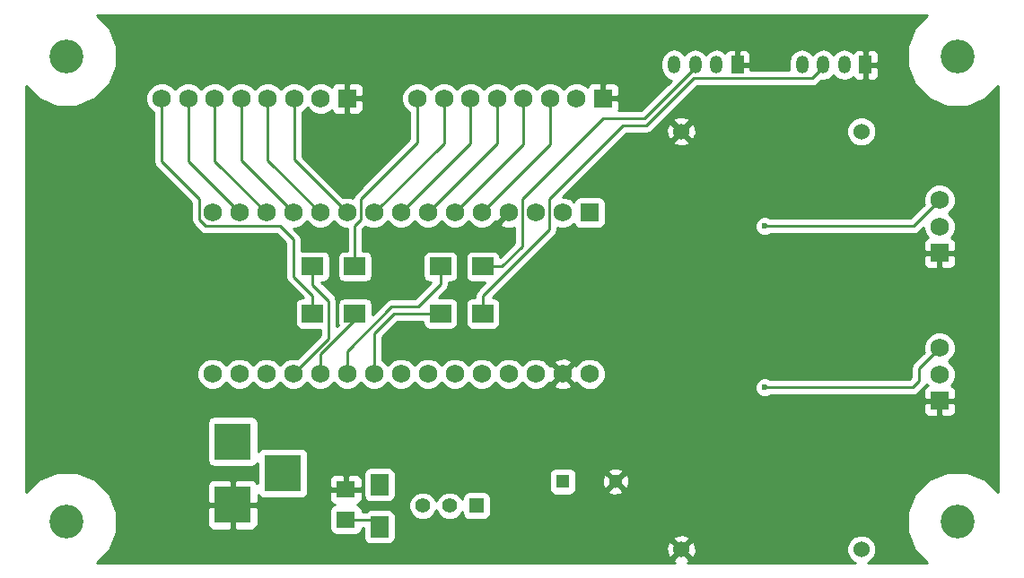
<source format=gbr>
G04 #@! TF.FileFunction,Copper,L1,Top,Signal*
%FSLAX46Y46*%
G04 Gerber Fmt 4.6, Leading zero omitted, Abs format (unit mm)*
G04 Created by KiCad (PCBNEW 4.0.3+e1-6302~38~ubuntu15.04.1-stable) date Mon Sep 12 00:10:40 2016*
%MOMM*%
%LPD*%
G01*
G04 APERTURE LIST*
%ADD10C,0.100000*%
%ADD11R,1.300000X1.300000*%
%ADD12C,1.300000*%
%ADD13R,1.750000X1.750000*%
%ADD14C,1.750000*%
%ADD15R,1.200000X1.700000*%
%ADD16O,1.200000X1.700000*%
%ADD17R,2.000000X1.700000*%
%ADD18C,3.200000*%
%ADD19R,1.727200X1.727200*%
%ADD20C,1.727200*%
%ADD21C,1.524000*%
%ADD22R,3.500120X3.500120*%
%ADD23R,1.397000X1.397000*%
%ADD24C,1.397000*%
%ADD25R,1.800860X1.597660*%
%ADD26R,1.700000X2.000000*%
%ADD27C,0.600000*%
%ADD28C,0.250000*%
%ADD29C,0.254000*%
G04 APERTURE END LIST*
D10*
D11*
X104775000Y-83185000D03*
D12*
X109775000Y-83185000D03*
D13*
X108585000Y-46990000D03*
D14*
X106085000Y-46990000D03*
X103585000Y-46990000D03*
X101085000Y-46990000D03*
X98585000Y-46990000D03*
X96085000Y-46990000D03*
X93585000Y-46990000D03*
X91085000Y-46990000D03*
D13*
X84455000Y-46990000D03*
D14*
X81955000Y-46990000D03*
X79455000Y-46990000D03*
X76955000Y-46990000D03*
X74455000Y-46990000D03*
X71955000Y-46990000D03*
X69455000Y-46990000D03*
X66955000Y-46990000D03*
D15*
X121285000Y-43815000D03*
D16*
X119285000Y-43815000D03*
X117285000Y-43815000D03*
X115285000Y-43815000D03*
D15*
X133350000Y-43815000D03*
D16*
X131350000Y-43815000D03*
X129350000Y-43815000D03*
X127350000Y-43815000D03*
D17*
X81185000Y-62865000D03*
X85185000Y-62865000D03*
X85185000Y-67310000D03*
X81185000Y-67310000D03*
X93250000Y-62865000D03*
X97250000Y-62865000D03*
X93250000Y-67310000D03*
X97250000Y-67310000D03*
D13*
X140335000Y-61595000D03*
D14*
X140335000Y-59095000D03*
X140335000Y-56595000D03*
D13*
X140335000Y-75565000D03*
D14*
X140335000Y-73065000D03*
X140335000Y-70565000D03*
D18*
X58000000Y-43000000D03*
X142000000Y-43000000D03*
X58000000Y-87000000D03*
X142000000Y-87000000D03*
D19*
X107315000Y-57785000D03*
D20*
X104775000Y-57785000D03*
X102235000Y-57785000D03*
X99695000Y-57785000D03*
X97155000Y-57785000D03*
X94615000Y-57785000D03*
X92075000Y-57785000D03*
X89535000Y-57785000D03*
X86995000Y-57785000D03*
X84455000Y-57785000D03*
X81915000Y-57785000D03*
X79375000Y-57785000D03*
X76835000Y-57785000D03*
X74295000Y-57785000D03*
X71755000Y-57785000D03*
X71755000Y-73025000D03*
X74295000Y-73025000D03*
X76835000Y-73025000D03*
X79375000Y-73025000D03*
X81915000Y-73025000D03*
X84455000Y-73025000D03*
X86995000Y-73025000D03*
X89535000Y-73025000D03*
X92075000Y-73025000D03*
X94615000Y-73025000D03*
X97155000Y-73025000D03*
X99695000Y-73025000D03*
X102235000Y-73025000D03*
X104775000Y-73025000D03*
X107315000Y-73025000D03*
D21*
X132960000Y-50100000D03*
X115960000Y-50100000D03*
X132960000Y-89600000D03*
X115960000Y-89600000D03*
D22*
X73660000Y-79397860D03*
X73660000Y-85397340D03*
X78359000Y-82397600D03*
D23*
X96647000Y-85471000D03*
D24*
X94107000Y-85471000D03*
X91567000Y-85471000D03*
D25*
X84328000Y-86763860D03*
X84328000Y-83924140D03*
D26*
X87503000Y-87471000D03*
X87503000Y-83471000D03*
D27*
X123825000Y-59055000D03*
X123825000Y-74295000D03*
X87503000Y-83471000D03*
D28*
X103585000Y-46990000D02*
X103585000Y-51355000D01*
X103585000Y-51355000D02*
X97155000Y-57785000D01*
X101085000Y-46990000D02*
X101085000Y-51315000D01*
X101085000Y-51315000D02*
X94615000Y-57785000D01*
X98585000Y-46990000D02*
X98585000Y-51275000D01*
X98585000Y-51275000D02*
X92075000Y-57785000D01*
X96085000Y-46990000D02*
X96085000Y-51235000D01*
X96085000Y-51235000D02*
X89535000Y-57785000D01*
X93585000Y-46990000D02*
X93585000Y-51195000D01*
X93585000Y-51195000D02*
X86995000Y-57785000D01*
X79455000Y-46990000D02*
X79455000Y-52785000D01*
X79455000Y-52785000D02*
X84455000Y-57785000D01*
X76955000Y-46990000D02*
X76955000Y-52825000D01*
X76955000Y-52825000D02*
X81915000Y-57785000D01*
X74455000Y-46990000D02*
X74455000Y-52865000D01*
X74455000Y-52865000D02*
X79375000Y-57785000D01*
X71955000Y-46990000D02*
X71955000Y-52905000D01*
X71955000Y-52905000D02*
X76835000Y-57785000D01*
X69455000Y-46990000D02*
X69455000Y-52945000D01*
X69455000Y-52945000D02*
X74295000Y-57785000D01*
X123825000Y-59055000D02*
X137875000Y-59055000D01*
X137875000Y-59055000D02*
X140335000Y-56595000D01*
X139780000Y-56595000D02*
X140335000Y-56595000D01*
X140255000Y-56595000D02*
X140335000Y-56595000D01*
X138430000Y-72470000D02*
X140335000Y-70565000D01*
X138430000Y-73660000D02*
X138430000Y-72470000D01*
X137795000Y-74295000D02*
X138430000Y-73660000D01*
X123825000Y-74295000D02*
X137795000Y-74295000D01*
X79375000Y-73025000D02*
X82701992Y-69698008D01*
X82701992Y-69698008D02*
X82701992Y-66106232D01*
X82701992Y-66106232D02*
X81185000Y-64589240D01*
X81185000Y-64589240D02*
X81185000Y-62865000D01*
X81280000Y-62865000D02*
X81185000Y-62865000D01*
X85185000Y-67310000D02*
X85185000Y-67903246D01*
X85185000Y-67903246D02*
X81915000Y-71173246D01*
X81915000Y-71173246D02*
X81915000Y-73025000D01*
X85090000Y-67310000D02*
X85185000Y-67310000D01*
X85090000Y-67405000D02*
X85185000Y-67310000D01*
X84455000Y-73025000D02*
X84455000Y-70858386D01*
X84455000Y-70858386D02*
X88638386Y-66675000D01*
X88638386Y-66675000D02*
X91140661Y-66675000D01*
X91140661Y-66675000D02*
X93250000Y-64565661D01*
X93250000Y-64565661D02*
X93250000Y-63637800D01*
X93250000Y-63637800D02*
X93250000Y-62865000D01*
X93250000Y-62865000D02*
X93250000Y-63595000D01*
X93250000Y-62865000D02*
X93250000Y-62960000D01*
X86995000Y-73025000D02*
X86995000Y-69215000D01*
X86995000Y-69215000D02*
X88900000Y-67310000D01*
X93250000Y-67310000D02*
X88900000Y-67310000D01*
X93345000Y-67405000D02*
X93250000Y-67310000D01*
X85185000Y-62865000D02*
X85185000Y-58993676D01*
X85185000Y-58993676D02*
X85725000Y-58453676D01*
X85725000Y-58453676D02*
X85725000Y-56515000D01*
X85725000Y-56515000D02*
X91085000Y-51155000D01*
X91085000Y-51155000D02*
X91085000Y-46990000D01*
X81185000Y-67310000D02*
X81185000Y-65622438D01*
X81185000Y-65622438D02*
X79375000Y-63812438D01*
X70485000Y-56478459D02*
X66955000Y-52948459D01*
X66955000Y-52948459D02*
X66955000Y-46990000D01*
X79375000Y-63812438D02*
X79375000Y-60312755D01*
X79375000Y-60312755D02*
X78116210Y-59053965D01*
X78116210Y-59053965D02*
X71120982Y-59053965D01*
X71120982Y-59053965D02*
X70485000Y-58417983D01*
X70485000Y-58417983D02*
X70485000Y-56478459D01*
X117285000Y-44065000D02*
X117285000Y-43815000D01*
X112455000Y-48895000D02*
X117285000Y-44065000D01*
X108585000Y-48895000D02*
X112455000Y-48895000D01*
X100965000Y-60960000D02*
X100965000Y-56515000D01*
X99060000Y-62865000D02*
X100965000Y-60960000D01*
X100965000Y-56515000D02*
X108585000Y-48895000D01*
X97250000Y-62865000D02*
X99060000Y-62865000D01*
X117285000Y-43815000D02*
X117292841Y-43822841D01*
X97250000Y-67310000D02*
X97250000Y-65641285D01*
X97250000Y-65641285D02*
X103505000Y-59386285D01*
X103505000Y-59386285D02*
X103505000Y-56515000D01*
X103505000Y-56515000D02*
X110490000Y-49530000D01*
X110490000Y-49530000D02*
X112688332Y-49530000D01*
X112688332Y-49530000D02*
X117133332Y-45085000D01*
X129350000Y-44065000D02*
X129350000Y-43815000D01*
X117133332Y-45085000D02*
X128330000Y-45085000D01*
X128330000Y-45085000D02*
X129350000Y-44065000D01*
X129350000Y-43826708D02*
X129350000Y-43815000D01*
X84328000Y-86763860D02*
X86795860Y-86763860D01*
X86795860Y-86763860D02*
X87503000Y-87471000D01*
D29*
G36*
X137994981Y-40318874D02*
X137273823Y-42055617D01*
X137272182Y-43936133D01*
X137990308Y-45674132D01*
X139318874Y-47005019D01*
X141055617Y-47726177D01*
X142936133Y-47727818D01*
X144674132Y-47009692D01*
X145873000Y-45812915D01*
X145873000Y-84188937D01*
X144681126Y-82994981D01*
X142944383Y-82273823D01*
X141063867Y-82272182D01*
X139325868Y-82990308D01*
X137994981Y-84318874D01*
X137273823Y-86055617D01*
X137272182Y-87936133D01*
X137990308Y-89674132D01*
X139187085Y-90873000D01*
X133537350Y-90873000D01*
X133750303Y-90785010D01*
X134143629Y-90392370D01*
X134356757Y-89879100D01*
X134357242Y-89323339D01*
X134145010Y-88809697D01*
X133752370Y-88416371D01*
X133239100Y-88203243D01*
X132683339Y-88202758D01*
X132169697Y-88414990D01*
X131776371Y-88807630D01*
X131563243Y-89320900D01*
X131562758Y-89876661D01*
X131774990Y-90390303D01*
X132167630Y-90783629D01*
X132382860Y-90873000D01*
X116568977Y-90873000D01*
X116691143Y-90822397D01*
X116760608Y-90580213D01*
X115960000Y-89779605D01*
X115159392Y-90580213D01*
X115228857Y-90822397D01*
X115370695Y-90873000D01*
X60811063Y-90873000D01*
X62005019Y-89681126D01*
X62124949Y-89392302D01*
X114550856Y-89392302D01*
X114578638Y-89947368D01*
X114737603Y-90331143D01*
X114979787Y-90400608D01*
X115780395Y-89600000D01*
X116139605Y-89600000D01*
X116940213Y-90400608D01*
X117182397Y-90331143D01*
X117369144Y-89807698D01*
X117341362Y-89252632D01*
X117182397Y-88868857D01*
X116940213Y-88799392D01*
X116139605Y-89600000D01*
X115780395Y-89600000D01*
X114979787Y-88799392D01*
X114737603Y-88868857D01*
X114550856Y-89392302D01*
X62124949Y-89392302D01*
X62726177Y-87944383D01*
X62727818Y-86063867D01*
X62570485Y-85683090D01*
X71274940Y-85683090D01*
X71274940Y-87273709D01*
X71371613Y-87507098D01*
X71550241Y-87685727D01*
X71783630Y-87782400D01*
X73374250Y-87782400D01*
X73533000Y-87623650D01*
X73533000Y-85524340D01*
X73787000Y-85524340D01*
X73787000Y-87623650D01*
X73945750Y-87782400D01*
X75536370Y-87782400D01*
X75769759Y-87685727D01*
X75948387Y-87507098D01*
X76045060Y-87273709D01*
X76045060Y-85965030D01*
X82780130Y-85965030D01*
X82780130Y-87562690D01*
X82824408Y-87798007D01*
X82963480Y-88014131D01*
X83175680Y-88159121D01*
X83427570Y-88210130D01*
X85228430Y-88210130D01*
X85463747Y-88165852D01*
X85679871Y-88026780D01*
X85824861Y-87814580D01*
X85875870Y-87562690D01*
X85875870Y-87523860D01*
X86005560Y-87523860D01*
X86005560Y-88471000D01*
X86049838Y-88706317D01*
X86188910Y-88922441D01*
X86401110Y-89067431D01*
X86653000Y-89118440D01*
X88353000Y-89118440D01*
X88588317Y-89074162D01*
X88804441Y-88935090D01*
X88949431Y-88722890D01*
X88970309Y-88619787D01*
X115159392Y-88619787D01*
X115960000Y-89420395D01*
X116760608Y-88619787D01*
X116691143Y-88377603D01*
X116167698Y-88190856D01*
X115612632Y-88218638D01*
X115228857Y-88377603D01*
X115159392Y-88619787D01*
X88970309Y-88619787D01*
X89000440Y-88471000D01*
X89000440Y-86471000D01*
X88956162Y-86235683D01*
X88817090Y-86019559D01*
X88604890Y-85874569D01*
X88353000Y-85823560D01*
X86653000Y-85823560D01*
X86417683Y-85867838D01*
X86206299Y-86003860D01*
X85875870Y-86003860D01*
X85875870Y-85965030D01*
X85832604Y-85735086D01*
X90233269Y-85735086D01*
X90435854Y-86225380D01*
X90810647Y-86600827D01*
X91300587Y-86804268D01*
X91831086Y-86804731D01*
X92321380Y-86602146D01*
X92696827Y-86227353D01*
X92837094Y-85889554D01*
X92975854Y-86225380D01*
X93350647Y-86600827D01*
X93840587Y-86804268D01*
X94371086Y-86804731D01*
X94861380Y-86602146D01*
X95236827Y-86227353D01*
X95301060Y-86072663D01*
X95301060Y-86169500D01*
X95345338Y-86404817D01*
X95484410Y-86620941D01*
X95696610Y-86765931D01*
X95948500Y-86816940D01*
X97345500Y-86816940D01*
X97580817Y-86772662D01*
X97796941Y-86633590D01*
X97941931Y-86421390D01*
X97992940Y-86169500D01*
X97992940Y-84772500D01*
X97948662Y-84537183D01*
X97809590Y-84321059D01*
X97597390Y-84176069D01*
X97345500Y-84125060D01*
X95948500Y-84125060D01*
X95713183Y-84169338D01*
X95497059Y-84308410D01*
X95352069Y-84520610D01*
X95301060Y-84772500D01*
X95301060Y-84868884D01*
X95238146Y-84716620D01*
X94863353Y-84341173D01*
X94373413Y-84137732D01*
X93842914Y-84137269D01*
X93352620Y-84339854D01*
X92977173Y-84714647D01*
X92836906Y-85052446D01*
X92698146Y-84716620D01*
X92323353Y-84341173D01*
X91833413Y-84137732D01*
X91302914Y-84137269D01*
X90812620Y-84339854D01*
X90437173Y-84714647D01*
X90233732Y-85204587D01*
X90233269Y-85735086D01*
X85832604Y-85735086D01*
X85831592Y-85729713D01*
X85692520Y-85513589D01*
X85480320Y-85368599D01*
X85378741Y-85348029D01*
X85588129Y-85261297D01*
X85766757Y-85082668D01*
X85863430Y-84849279D01*
X85863430Y-84209890D01*
X85704680Y-84051140D01*
X84455000Y-84051140D01*
X84455000Y-84071140D01*
X84201000Y-84071140D01*
X84201000Y-84051140D01*
X82951320Y-84051140D01*
X82792570Y-84209890D01*
X82792570Y-84849279D01*
X82889243Y-85082668D01*
X83067871Y-85261297D01*
X83273681Y-85346546D01*
X83192253Y-85361868D01*
X82976129Y-85500940D01*
X82831139Y-85713140D01*
X82780130Y-85965030D01*
X76045060Y-85965030D01*
X76045060Y-85683090D01*
X75886310Y-85524340D01*
X73787000Y-85524340D01*
X73533000Y-85524340D01*
X71433690Y-85524340D01*
X71274940Y-85683090D01*
X62570485Y-85683090D01*
X62009692Y-84325868D01*
X61206199Y-83520971D01*
X71274940Y-83520971D01*
X71274940Y-85111590D01*
X71433690Y-85270340D01*
X73533000Y-85270340D01*
X73533000Y-83171030D01*
X73374250Y-83012280D01*
X71783630Y-83012280D01*
X71550241Y-83108953D01*
X71371613Y-83287582D01*
X71274940Y-83520971D01*
X61206199Y-83520971D01*
X60681126Y-82994981D01*
X58944383Y-82273823D01*
X57063867Y-82272182D01*
X55325868Y-82990308D01*
X54127000Y-84187085D01*
X54127000Y-77647800D01*
X71262500Y-77647800D01*
X71262500Y-81147920D01*
X71306778Y-81383237D01*
X71445850Y-81599361D01*
X71658050Y-81744351D01*
X71909940Y-81795360D01*
X75410060Y-81795360D01*
X75645377Y-81751082D01*
X75861501Y-81612010D01*
X75961500Y-81465657D01*
X75961500Y-83319240D01*
X75948387Y-83287582D01*
X75769759Y-83108953D01*
X75536370Y-83012280D01*
X73945750Y-83012280D01*
X73787000Y-83171030D01*
X73787000Y-85270340D01*
X75886310Y-85270340D01*
X76045060Y-85111590D01*
X76045060Y-84444023D01*
X76144850Y-84599101D01*
X76357050Y-84744091D01*
X76608940Y-84795100D01*
X80109060Y-84795100D01*
X80344377Y-84750822D01*
X80560501Y-84611750D01*
X80705491Y-84399550D01*
X80756500Y-84147660D01*
X80756500Y-82999001D01*
X82792570Y-82999001D01*
X82792570Y-83638390D01*
X82951320Y-83797140D01*
X84201000Y-83797140D01*
X84201000Y-82649060D01*
X84455000Y-82649060D01*
X84455000Y-83797140D01*
X85704680Y-83797140D01*
X85863430Y-83638390D01*
X85863430Y-82999001D01*
X85766757Y-82765612D01*
X85588129Y-82586983D01*
X85354740Y-82490310D01*
X84613750Y-82490310D01*
X84455000Y-82649060D01*
X84201000Y-82649060D01*
X84042250Y-82490310D01*
X83301260Y-82490310D01*
X83067871Y-82586983D01*
X82889243Y-82765612D01*
X82792570Y-82999001D01*
X80756500Y-82999001D01*
X80756500Y-82471000D01*
X86005560Y-82471000D01*
X86005560Y-84471000D01*
X86049838Y-84706317D01*
X86188910Y-84922441D01*
X86401110Y-85067431D01*
X86653000Y-85118440D01*
X88353000Y-85118440D01*
X88588317Y-85074162D01*
X88804441Y-84935090D01*
X88949431Y-84722890D01*
X89000440Y-84471000D01*
X89000440Y-82535000D01*
X103477560Y-82535000D01*
X103477560Y-83835000D01*
X103521838Y-84070317D01*
X103660910Y-84286441D01*
X103873110Y-84431431D01*
X104125000Y-84482440D01*
X105425000Y-84482440D01*
X105660317Y-84438162D01*
X105876441Y-84299090D01*
X106021431Y-84086890D01*
X106022012Y-84084016D01*
X109055590Y-84084016D01*
X109111271Y-84314611D01*
X109594078Y-84482622D01*
X110104428Y-84453083D01*
X110438729Y-84314611D01*
X110494410Y-84084016D01*
X109775000Y-83364605D01*
X109055590Y-84084016D01*
X106022012Y-84084016D01*
X106072440Y-83835000D01*
X106072440Y-83004078D01*
X108477378Y-83004078D01*
X108506917Y-83514428D01*
X108645389Y-83848729D01*
X108875984Y-83904410D01*
X109595395Y-83185000D01*
X109954605Y-83185000D01*
X110674016Y-83904410D01*
X110904611Y-83848729D01*
X111072622Y-83365922D01*
X111043083Y-82855572D01*
X110904611Y-82521271D01*
X110674016Y-82465590D01*
X109954605Y-83185000D01*
X109595395Y-83185000D01*
X108875984Y-82465590D01*
X108645389Y-82521271D01*
X108477378Y-83004078D01*
X106072440Y-83004078D01*
X106072440Y-82535000D01*
X106028162Y-82299683D01*
X106019347Y-82285984D01*
X109055590Y-82285984D01*
X109775000Y-83005395D01*
X110494410Y-82285984D01*
X110438729Y-82055389D01*
X109955922Y-81887378D01*
X109445572Y-81916917D01*
X109111271Y-82055389D01*
X109055590Y-82285984D01*
X106019347Y-82285984D01*
X105889090Y-82083559D01*
X105676890Y-81938569D01*
X105425000Y-81887560D01*
X104125000Y-81887560D01*
X103889683Y-81931838D01*
X103673559Y-82070910D01*
X103528569Y-82283110D01*
X103477560Y-82535000D01*
X89000440Y-82535000D01*
X89000440Y-82471000D01*
X88956162Y-82235683D01*
X88817090Y-82019559D01*
X88604890Y-81874569D01*
X88353000Y-81823560D01*
X86653000Y-81823560D01*
X86417683Y-81867838D01*
X86201559Y-82006910D01*
X86056569Y-82219110D01*
X86005560Y-82471000D01*
X80756500Y-82471000D01*
X80756500Y-80647540D01*
X80712222Y-80412223D01*
X80573150Y-80196099D01*
X80360950Y-80051109D01*
X80109060Y-80000100D01*
X76608940Y-80000100D01*
X76373623Y-80044378D01*
X76157499Y-80183450D01*
X76057500Y-80329803D01*
X76057500Y-77647800D01*
X76013222Y-77412483D01*
X75874150Y-77196359D01*
X75661950Y-77051369D01*
X75410060Y-77000360D01*
X71909940Y-77000360D01*
X71674623Y-77044638D01*
X71458499Y-77183710D01*
X71313509Y-77395910D01*
X71262500Y-77647800D01*
X54127000Y-77647800D01*
X54127000Y-75850750D01*
X138825000Y-75850750D01*
X138825000Y-76566309D01*
X138921673Y-76799698D01*
X139100301Y-76978327D01*
X139333690Y-77075000D01*
X140049250Y-77075000D01*
X140208000Y-76916250D01*
X140208000Y-75692000D01*
X140462000Y-75692000D01*
X140462000Y-76916250D01*
X140620750Y-77075000D01*
X141336310Y-77075000D01*
X141569699Y-76978327D01*
X141748327Y-76799698D01*
X141845000Y-76566309D01*
X141845000Y-75850750D01*
X141686250Y-75692000D01*
X140462000Y-75692000D01*
X140208000Y-75692000D01*
X138983750Y-75692000D01*
X138825000Y-75850750D01*
X54127000Y-75850750D01*
X54127000Y-45811063D01*
X55318874Y-47005019D01*
X57055617Y-47726177D01*
X58936133Y-47727818D01*
X59998057Y-47289040D01*
X65444738Y-47289040D01*
X65674138Y-47844229D01*
X66098537Y-48269370D01*
X66195000Y-48309425D01*
X66195000Y-52948459D01*
X66252852Y-53239298D01*
X66417599Y-53485860D01*
X69725000Y-56793261D01*
X69725000Y-58417983D01*
X69782852Y-58708822D01*
X69947599Y-58955384D01*
X70583581Y-59591366D01*
X70830142Y-59756113D01*
X71120982Y-59813965D01*
X77801408Y-59813965D01*
X78615000Y-60627557D01*
X78615000Y-63812438D01*
X78672852Y-64103277D01*
X78837599Y-64349839D01*
X80300320Y-65812560D01*
X80185000Y-65812560D01*
X79949683Y-65856838D01*
X79733559Y-65995910D01*
X79588569Y-66208110D01*
X79537560Y-66460000D01*
X79537560Y-68160000D01*
X79581838Y-68395317D01*
X79720910Y-68611441D01*
X79933110Y-68756431D01*
X80185000Y-68807440D01*
X81941992Y-68807440D01*
X81941992Y-69383206D01*
X79762114Y-71563084D01*
X79674398Y-71526661D01*
X79078218Y-71526141D01*
X78527220Y-71753808D01*
X78105290Y-72175003D01*
X78104905Y-72175931D01*
X77684997Y-71755290D01*
X77134398Y-71526661D01*
X76538218Y-71526141D01*
X75987220Y-71753808D01*
X75565290Y-72175003D01*
X75564905Y-72175931D01*
X75144997Y-71755290D01*
X74594398Y-71526661D01*
X73998218Y-71526141D01*
X73447220Y-71753808D01*
X73025290Y-72175003D01*
X73024905Y-72175931D01*
X72604997Y-71755290D01*
X72054398Y-71526661D01*
X71458218Y-71526141D01*
X70907220Y-71753808D01*
X70485290Y-72175003D01*
X70256661Y-72725602D01*
X70256141Y-73321782D01*
X70483808Y-73872780D01*
X70905003Y-74294710D01*
X71455602Y-74523339D01*
X72051782Y-74523859D01*
X72602780Y-74296192D01*
X73024710Y-73874997D01*
X73025095Y-73874069D01*
X73445003Y-74294710D01*
X73995602Y-74523339D01*
X74591782Y-74523859D01*
X75142780Y-74296192D01*
X75564710Y-73874997D01*
X75565095Y-73874069D01*
X75985003Y-74294710D01*
X76535602Y-74523339D01*
X77131782Y-74523859D01*
X77682780Y-74296192D01*
X78104710Y-73874997D01*
X78105095Y-73874069D01*
X78525003Y-74294710D01*
X79075602Y-74523339D01*
X79671782Y-74523859D01*
X80222780Y-74296192D01*
X80644710Y-73874997D01*
X80645095Y-73874069D01*
X81065003Y-74294710D01*
X81615602Y-74523339D01*
X82211782Y-74523859D01*
X82762780Y-74296192D01*
X83184710Y-73874997D01*
X83185095Y-73874069D01*
X83605003Y-74294710D01*
X84155602Y-74523339D01*
X84751782Y-74523859D01*
X85302780Y-74296192D01*
X85724710Y-73874997D01*
X85725095Y-73874069D01*
X86145003Y-74294710D01*
X86695602Y-74523339D01*
X87291782Y-74523859D01*
X87842780Y-74296192D01*
X88264710Y-73874997D01*
X88265095Y-73874069D01*
X88685003Y-74294710D01*
X89235602Y-74523339D01*
X89831782Y-74523859D01*
X90382780Y-74296192D01*
X90804710Y-73874997D01*
X90805095Y-73874069D01*
X91225003Y-74294710D01*
X91775602Y-74523339D01*
X92371782Y-74523859D01*
X92922780Y-74296192D01*
X93344710Y-73874997D01*
X93345095Y-73874069D01*
X93765003Y-74294710D01*
X94315602Y-74523339D01*
X94911782Y-74523859D01*
X95462780Y-74296192D01*
X95884710Y-73874997D01*
X95885095Y-73874069D01*
X96305003Y-74294710D01*
X96855602Y-74523339D01*
X97451782Y-74523859D01*
X98002780Y-74296192D01*
X98424710Y-73874997D01*
X98425095Y-73874069D01*
X98845003Y-74294710D01*
X99395602Y-74523339D01*
X99991782Y-74523859D01*
X100542780Y-74296192D01*
X100964710Y-73874997D01*
X100965095Y-73874069D01*
X101385003Y-74294710D01*
X101935602Y-74523339D01*
X102531782Y-74523859D01*
X103082780Y-74296192D01*
X103300546Y-74078805D01*
X103900800Y-74078805D01*
X103982741Y-74331516D01*
X104543030Y-74535248D01*
X105138635Y-74509058D01*
X105567259Y-74331516D01*
X105649200Y-74078805D01*
X104775000Y-73204605D01*
X103900800Y-74078805D01*
X103300546Y-74078805D01*
X103504710Y-73874997D01*
X103521541Y-73834463D01*
X103721195Y-73899200D01*
X104595395Y-73025000D01*
X104954605Y-73025000D01*
X105828805Y-73899200D01*
X106028033Y-73834601D01*
X106043808Y-73872780D01*
X106465003Y-74294710D01*
X107015602Y-74523339D01*
X107611782Y-74523859D01*
X107717525Y-74480167D01*
X122889838Y-74480167D01*
X123031883Y-74823943D01*
X123294673Y-75087192D01*
X123638201Y-75229838D01*
X124010167Y-75230162D01*
X124353943Y-75088117D01*
X124387118Y-75055000D01*
X137795000Y-75055000D01*
X138085839Y-74997148D01*
X138332401Y-74832401D01*
X138967401Y-74197401D01*
X139113521Y-73978716D01*
X139231802Y-74097203D01*
X139100301Y-74151673D01*
X138921673Y-74330302D01*
X138825000Y-74563691D01*
X138825000Y-75279250D01*
X138983750Y-75438000D01*
X140208000Y-75438000D01*
X140208000Y-75418000D01*
X140462000Y-75418000D01*
X140462000Y-75438000D01*
X141686250Y-75438000D01*
X141845000Y-75279250D01*
X141845000Y-74563691D01*
X141748327Y-74330302D01*
X141569699Y-74151673D01*
X141438286Y-74097240D01*
X141614370Y-73921463D01*
X141844738Y-73366675D01*
X141845262Y-72765960D01*
X141615862Y-72210771D01*
X141220464Y-71814682D01*
X141614370Y-71421463D01*
X141844738Y-70866675D01*
X141845262Y-70265960D01*
X141615862Y-69710771D01*
X141191463Y-69285630D01*
X140636675Y-69055262D01*
X140035960Y-69054738D01*
X139480771Y-69284138D01*
X139055630Y-69708537D01*
X138825262Y-70263325D01*
X138824738Y-70864040D01*
X138864625Y-70960573D01*
X137892599Y-71932599D01*
X137727852Y-72179161D01*
X137670000Y-72470000D01*
X137670000Y-73345198D01*
X137480198Y-73535000D01*
X124387463Y-73535000D01*
X124355327Y-73502808D01*
X124011799Y-73360162D01*
X123639833Y-73359838D01*
X123296057Y-73501883D01*
X123032808Y-73764673D01*
X122890162Y-74108201D01*
X122889838Y-74480167D01*
X107717525Y-74480167D01*
X108162780Y-74296192D01*
X108584710Y-73874997D01*
X108813339Y-73324398D01*
X108813859Y-72728218D01*
X108586192Y-72177220D01*
X108164997Y-71755290D01*
X107614398Y-71526661D01*
X107018218Y-71526141D01*
X106467220Y-71753808D01*
X106045290Y-72175003D01*
X106028459Y-72215537D01*
X105828805Y-72150800D01*
X104954605Y-73025000D01*
X104595395Y-73025000D01*
X103721195Y-72150800D01*
X103521967Y-72215399D01*
X103506192Y-72177220D01*
X103300526Y-71971195D01*
X103900800Y-71971195D01*
X104775000Y-72845395D01*
X105649200Y-71971195D01*
X105567259Y-71718484D01*
X105006970Y-71514752D01*
X104411365Y-71540942D01*
X103982741Y-71718484D01*
X103900800Y-71971195D01*
X103300526Y-71971195D01*
X103084997Y-71755290D01*
X102534398Y-71526661D01*
X101938218Y-71526141D01*
X101387220Y-71753808D01*
X100965290Y-72175003D01*
X100964905Y-72175931D01*
X100544997Y-71755290D01*
X99994398Y-71526661D01*
X99398218Y-71526141D01*
X98847220Y-71753808D01*
X98425290Y-72175003D01*
X98424905Y-72175931D01*
X98004997Y-71755290D01*
X97454398Y-71526661D01*
X96858218Y-71526141D01*
X96307220Y-71753808D01*
X95885290Y-72175003D01*
X95884905Y-72175931D01*
X95464997Y-71755290D01*
X94914398Y-71526661D01*
X94318218Y-71526141D01*
X93767220Y-71753808D01*
X93345290Y-72175003D01*
X93344905Y-72175931D01*
X92924997Y-71755290D01*
X92374398Y-71526661D01*
X91778218Y-71526141D01*
X91227220Y-71753808D01*
X90805290Y-72175003D01*
X90804905Y-72175931D01*
X90384997Y-71755290D01*
X89834398Y-71526661D01*
X89238218Y-71526141D01*
X88687220Y-71753808D01*
X88265290Y-72175003D01*
X88264905Y-72175931D01*
X87844997Y-71755290D01*
X87755000Y-71717920D01*
X87755000Y-69529802D01*
X89214802Y-68070000D01*
X91602560Y-68070000D01*
X91602560Y-68160000D01*
X91646838Y-68395317D01*
X91785910Y-68611441D01*
X91998110Y-68756431D01*
X92250000Y-68807440D01*
X94250000Y-68807440D01*
X94485317Y-68763162D01*
X94701441Y-68624090D01*
X94846431Y-68411890D01*
X94897440Y-68160000D01*
X94897440Y-66460000D01*
X94853162Y-66224683D01*
X94714090Y-66008559D01*
X94501890Y-65863569D01*
X94250000Y-65812560D01*
X93077903Y-65812560D01*
X93787401Y-65103062D01*
X93952148Y-64856500D01*
X94010000Y-64565661D01*
X94010000Y-64362440D01*
X94250000Y-64362440D01*
X94485317Y-64318162D01*
X94701441Y-64179090D01*
X94846431Y-63966890D01*
X94897440Y-63715000D01*
X94897440Y-62015000D01*
X94853162Y-61779683D01*
X94714090Y-61563559D01*
X94501890Y-61418569D01*
X94250000Y-61367560D01*
X92250000Y-61367560D01*
X92014683Y-61411838D01*
X91798559Y-61550910D01*
X91653569Y-61763110D01*
X91602560Y-62015000D01*
X91602560Y-63715000D01*
X91646838Y-63950317D01*
X91785910Y-64166441D01*
X91998110Y-64311431D01*
X92250000Y-64362440D01*
X92378419Y-64362440D01*
X90825859Y-65915000D01*
X88638386Y-65915000D01*
X88347546Y-65972852D01*
X88100985Y-66137599D01*
X86832440Y-67406144D01*
X86832440Y-66460000D01*
X86788162Y-66224683D01*
X86649090Y-66008559D01*
X86436890Y-65863569D01*
X86185000Y-65812560D01*
X84185000Y-65812560D01*
X83949683Y-65856838D01*
X83733559Y-65995910D01*
X83588569Y-66208110D01*
X83537560Y-66460000D01*
X83537560Y-68160000D01*
X83581838Y-68395317D01*
X83596046Y-68417398D01*
X83461992Y-68551452D01*
X83461992Y-66106232D01*
X83404140Y-65815393D01*
X83239393Y-65568831D01*
X82033002Y-64362440D01*
X82185000Y-64362440D01*
X82420317Y-64318162D01*
X82636441Y-64179090D01*
X82781431Y-63966890D01*
X82832440Y-63715000D01*
X82832440Y-62015000D01*
X82788162Y-61779683D01*
X82649090Y-61563559D01*
X82436890Y-61418569D01*
X82185000Y-61367560D01*
X80185000Y-61367560D01*
X80135000Y-61376968D01*
X80135000Y-60312755D01*
X80077148Y-60021916D01*
X79912401Y-59775354D01*
X79420687Y-59283640D01*
X79671782Y-59283859D01*
X80222780Y-59056192D01*
X80644710Y-58634997D01*
X80645095Y-58634069D01*
X81065003Y-59054710D01*
X81615602Y-59283339D01*
X82211782Y-59283859D01*
X82762780Y-59056192D01*
X83184710Y-58634997D01*
X83185095Y-58634069D01*
X83605003Y-59054710D01*
X84155602Y-59283339D01*
X84425000Y-59283574D01*
X84425000Y-61367560D01*
X84185000Y-61367560D01*
X83949683Y-61411838D01*
X83733559Y-61550910D01*
X83588569Y-61763110D01*
X83537560Y-62015000D01*
X83537560Y-63715000D01*
X83581838Y-63950317D01*
X83720910Y-64166441D01*
X83933110Y-64311431D01*
X84185000Y-64362440D01*
X86185000Y-64362440D01*
X86420317Y-64318162D01*
X86636441Y-64179090D01*
X86781431Y-63966890D01*
X86832440Y-63715000D01*
X86832440Y-62015000D01*
X86788162Y-61779683D01*
X86649090Y-61563559D01*
X86436890Y-61418569D01*
X86185000Y-61367560D01*
X85945000Y-61367560D01*
X85945000Y-59308478D01*
X86182993Y-59070485D01*
X86695602Y-59283339D01*
X87291782Y-59283859D01*
X87842780Y-59056192D01*
X88264710Y-58634997D01*
X88265095Y-58634069D01*
X88685003Y-59054710D01*
X89235602Y-59283339D01*
X89831782Y-59283859D01*
X90382780Y-59056192D01*
X90804710Y-58634997D01*
X90805095Y-58634069D01*
X91225003Y-59054710D01*
X91775602Y-59283339D01*
X92371782Y-59283859D01*
X92922780Y-59056192D01*
X93344710Y-58634997D01*
X93345095Y-58634069D01*
X93765003Y-59054710D01*
X94315602Y-59283339D01*
X94911782Y-59283859D01*
X95462780Y-59056192D01*
X95884710Y-58634997D01*
X95885095Y-58634069D01*
X96305003Y-59054710D01*
X96855602Y-59283339D01*
X97451782Y-59283859D01*
X98002780Y-59056192D01*
X98424710Y-58634997D01*
X98441541Y-58594463D01*
X98641195Y-58659200D01*
X99515395Y-57785000D01*
X99501253Y-57770858D01*
X99680858Y-57591253D01*
X99695000Y-57605395D01*
X99709143Y-57591253D01*
X99888748Y-57770858D01*
X99874605Y-57785000D01*
X99888748Y-57799143D01*
X99709143Y-57978748D01*
X99695000Y-57964605D01*
X98820800Y-58838805D01*
X98902741Y-59091516D01*
X99463030Y-59295248D01*
X100058635Y-59269058D01*
X100205000Y-59208432D01*
X100205000Y-60645198D01*
X98887583Y-61962615D01*
X98853162Y-61779683D01*
X98714090Y-61563559D01*
X98501890Y-61418569D01*
X98250000Y-61367560D01*
X96250000Y-61367560D01*
X96014683Y-61411838D01*
X95798559Y-61550910D01*
X95653569Y-61763110D01*
X95602560Y-62015000D01*
X95602560Y-63715000D01*
X95646838Y-63950317D01*
X95785910Y-64166441D01*
X95998110Y-64311431D01*
X96250000Y-64362440D01*
X97454043Y-64362440D01*
X96712599Y-65103884D01*
X96547852Y-65350446D01*
X96490000Y-65641285D01*
X96490000Y-65812560D01*
X96250000Y-65812560D01*
X96014683Y-65856838D01*
X95798559Y-65995910D01*
X95653569Y-66208110D01*
X95602560Y-66460000D01*
X95602560Y-68160000D01*
X95646838Y-68395317D01*
X95785910Y-68611441D01*
X95998110Y-68756431D01*
X96250000Y-68807440D01*
X98250000Y-68807440D01*
X98485317Y-68763162D01*
X98701441Y-68624090D01*
X98846431Y-68411890D01*
X98897440Y-68160000D01*
X98897440Y-66460000D01*
X98853162Y-66224683D01*
X98714090Y-66008559D01*
X98501890Y-65863569D01*
X98250000Y-65812560D01*
X98153527Y-65812560D01*
X102085337Y-61880750D01*
X138825000Y-61880750D01*
X138825000Y-62596309D01*
X138921673Y-62829698D01*
X139100301Y-63008327D01*
X139333690Y-63105000D01*
X140049250Y-63105000D01*
X140208000Y-62946250D01*
X140208000Y-61722000D01*
X140462000Y-61722000D01*
X140462000Y-62946250D01*
X140620750Y-63105000D01*
X141336310Y-63105000D01*
X141569699Y-63008327D01*
X141748327Y-62829698D01*
X141845000Y-62596309D01*
X141845000Y-61880750D01*
X141686250Y-61722000D01*
X140462000Y-61722000D01*
X140208000Y-61722000D01*
X138983750Y-61722000D01*
X138825000Y-61880750D01*
X102085337Y-61880750D01*
X104042401Y-59923686D01*
X104207148Y-59677124D01*
X104265000Y-59386285D01*
X104265000Y-59195889D01*
X104475602Y-59283339D01*
X105071782Y-59283859D01*
X105622780Y-59056192D01*
X105839876Y-58839475D01*
X105848238Y-58883917D01*
X105987310Y-59100041D01*
X106199510Y-59245031D01*
X106451400Y-59296040D01*
X108178600Y-59296040D01*
X108413917Y-59251762D01*
X108431936Y-59240167D01*
X122889838Y-59240167D01*
X123031883Y-59583943D01*
X123294673Y-59847192D01*
X123638201Y-59989838D01*
X124010167Y-59990162D01*
X124353943Y-59848117D01*
X124387118Y-59815000D01*
X137875000Y-59815000D01*
X138165839Y-59757148D01*
X138412401Y-59592401D01*
X138824925Y-59179877D01*
X138824738Y-59394040D01*
X139054138Y-59949229D01*
X139231802Y-60127203D01*
X139100301Y-60181673D01*
X138921673Y-60360302D01*
X138825000Y-60593691D01*
X138825000Y-61309250D01*
X138983750Y-61468000D01*
X140208000Y-61468000D01*
X140208000Y-61448000D01*
X140462000Y-61448000D01*
X140462000Y-61468000D01*
X141686250Y-61468000D01*
X141845000Y-61309250D01*
X141845000Y-60593691D01*
X141748327Y-60360302D01*
X141569699Y-60181673D01*
X141438286Y-60127240D01*
X141614370Y-59951463D01*
X141844738Y-59396675D01*
X141845262Y-58795960D01*
X141615862Y-58240771D01*
X141220464Y-57844682D01*
X141614370Y-57451463D01*
X141844738Y-56896675D01*
X141845262Y-56295960D01*
X141615862Y-55740771D01*
X141191463Y-55315630D01*
X140636675Y-55085262D01*
X140035960Y-55084738D01*
X139480771Y-55314138D01*
X139055630Y-55738537D01*
X138825262Y-56293325D01*
X138824738Y-56894040D01*
X138864625Y-56990573D01*
X137560198Y-58295000D01*
X124387463Y-58295000D01*
X124355327Y-58262808D01*
X124011799Y-58120162D01*
X123639833Y-58119838D01*
X123296057Y-58261883D01*
X123032808Y-58524673D01*
X122890162Y-58868201D01*
X122889838Y-59240167D01*
X108431936Y-59240167D01*
X108630041Y-59112690D01*
X108775031Y-58900490D01*
X108826040Y-58648600D01*
X108826040Y-56921400D01*
X108781762Y-56686083D01*
X108642690Y-56469959D01*
X108430490Y-56324969D01*
X108178600Y-56273960D01*
X106451400Y-56273960D01*
X106216083Y-56318238D01*
X105999959Y-56457310D01*
X105854969Y-56669510D01*
X105842148Y-56732820D01*
X105624997Y-56515290D01*
X105074398Y-56286661D01*
X104808373Y-56286429D01*
X110014589Y-51080213D01*
X115159392Y-51080213D01*
X115228857Y-51322397D01*
X115752302Y-51509144D01*
X116307368Y-51481362D01*
X116691143Y-51322397D01*
X116760608Y-51080213D01*
X115960000Y-50279605D01*
X115159392Y-51080213D01*
X110014589Y-51080213D01*
X110804802Y-50290000D01*
X112688332Y-50290000D01*
X112979171Y-50232148D01*
X113225733Y-50067401D01*
X113400832Y-49892302D01*
X114550856Y-49892302D01*
X114578638Y-50447368D01*
X114737603Y-50831143D01*
X114979787Y-50900608D01*
X115780395Y-50100000D01*
X116139605Y-50100000D01*
X116940213Y-50900608D01*
X117182397Y-50831143D01*
X117344540Y-50376661D01*
X131562758Y-50376661D01*
X131774990Y-50890303D01*
X132167630Y-51283629D01*
X132680900Y-51496757D01*
X133236661Y-51497242D01*
X133750303Y-51285010D01*
X134143629Y-50892370D01*
X134356757Y-50379100D01*
X134357242Y-49823339D01*
X134145010Y-49309697D01*
X133752370Y-48916371D01*
X133239100Y-48703243D01*
X132683339Y-48702758D01*
X132169697Y-48914990D01*
X131776371Y-49307630D01*
X131563243Y-49820900D01*
X131562758Y-50376661D01*
X117344540Y-50376661D01*
X117369144Y-50307698D01*
X117341362Y-49752632D01*
X117182397Y-49368857D01*
X116940213Y-49299392D01*
X116139605Y-50100000D01*
X115780395Y-50100000D01*
X114979787Y-49299392D01*
X114737603Y-49368857D01*
X114550856Y-49892302D01*
X113400832Y-49892302D01*
X114173347Y-49119787D01*
X115159392Y-49119787D01*
X115960000Y-49920395D01*
X116760608Y-49119787D01*
X116691143Y-48877603D01*
X116167698Y-48690856D01*
X115612632Y-48718638D01*
X115228857Y-48877603D01*
X115159392Y-49119787D01*
X114173347Y-49119787D01*
X117448134Y-45845000D01*
X128330000Y-45845000D01*
X128620839Y-45787148D01*
X128867401Y-45622401D01*
X129192114Y-45297688D01*
X129350000Y-45329093D01*
X129822614Y-45235084D01*
X130223277Y-44967370D01*
X130350000Y-44777715D01*
X130476723Y-44967370D01*
X130877386Y-45235084D01*
X131350000Y-45329093D01*
X131822614Y-45235084D01*
X132195590Y-44985870D01*
X132211673Y-45024699D01*
X132390302Y-45203327D01*
X132623691Y-45300000D01*
X133064250Y-45300000D01*
X133223000Y-45141250D01*
X133223000Y-43942000D01*
X133477000Y-43942000D01*
X133477000Y-45141250D01*
X133635750Y-45300000D01*
X134076309Y-45300000D01*
X134309698Y-45203327D01*
X134488327Y-45024699D01*
X134585000Y-44791310D01*
X134585000Y-44100750D01*
X134426250Y-43942000D01*
X133477000Y-43942000D01*
X133223000Y-43942000D01*
X133203000Y-43942000D01*
X133203000Y-43688000D01*
X133223000Y-43688000D01*
X133223000Y-42488750D01*
X133477000Y-42488750D01*
X133477000Y-43688000D01*
X134426250Y-43688000D01*
X134585000Y-43529250D01*
X134585000Y-42838690D01*
X134488327Y-42605301D01*
X134309698Y-42426673D01*
X134076309Y-42330000D01*
X133635750Y-42330000D01*
X133477000Y-42488750D01*
X133223000Y-42488750D01*
X133064250Y-42330000D01*
X132623691Y-42330000D01*
X132390302Y-42426673D01*
X132211673Y-42605301D01*
X132195590Y-42644130D01*
X131822614Y-42394916D01*
X131350000Y-42300907D01*
X130877386Y-42394916D01*
X130476723Y-42662630D01*
X130350000Y-42852285D01*
X130223277Y-42662630D01*
X129822614Y-42394916D01*
X129350000Y-42300907D01*
X128877386Y-42394916D01*
X128476723Y-42662630D01*
X128350000Y-42852285D01*
X128223277Y-42662630D01*
X127822614Y-42394916D01*
X127350000Y-42300907D01*
X126877386Y-42394916D01*
X126476723Y-42662630D01*
X126209009Y-43063293D01*
X126115000Y-43535907D01*
X126115000Y-44094093D01*
X126160930Y-44325000D01*
X122520000Y-44325000D01*
X122520000Y-44100750D01*
X122361250Y-43942000D01*
X121412000Y-43942000D01*
X121412000Y-43962000D01*
X121158000Y-43962000D01*
X121158000Y-43942000D01*
X121138000Y-43942000D01*
X121138000Y-43688000D01*
X121158000Y-43688000D01*
X121158000Y-42488750D01*
X121412000Y-42488750D01*
X121412000Y-43688000D01*
X122361250Y-43688000D01*
X122520000Y-43529250D01*
X122520000Y-42838690D01*
X122423327Y-42605301D01*
X122244698Y-42426673D01*
X122011309Y-42330000D01*
X121570750Y-42330000D01*
X121412000Y-42488750D01*
X121158000Y-42488750D01*
X120999250Y-42330000D01*
X120558691Y-42330000D01*
X120325302Y-42426673D01*
X120146673Y-42605301D01*
X120130590Y-42644130D01*
X119757614Y-42394916D01*
X119285000Y-42300907D01*
X118812386Y-42394916D01*
X118411723Y-42662630D01*
X118285000Y-42852285D01*
X118158277Y-42662630D01*
X117757614Y-42394916D01*
X117285000Y-42300907D01*
X116812386Y-42394916D01*
X116411723Y-42662630D01*
X116285000Y-42852285D01*
X116158277Y-42662630D01*
X115757614Y-42394916D01*
X115285000Y-42300907D01*
X114812386Y-42394916D01*
X114411723Y-42662630D01*
X114144009Y-43063293D01*
X114050000Y-43535907D01*
X114050000Y-44094093D01*
X114144009Y-44566707D01*
X114411723Y-44967370D01*
X114812386Y-45235084D01*
X115002331Y-45272866D01*
X112140198Y-48135000D01*
X110035482Y-48135000D01*
X110095000Y-47991310D01*
X110095000Y-47275750D01*
X109936250Y-47117000D01*
X108712000Y-47117000D01*
X108712000Y-47137000D01*
X108458000Y-47137000D01*
X108458000Y-47117000D01*
X108438000Y-47117000D01*
X108438000Y-46863000D01*
X108458000Y-46863000D01*
X108458000Y-45638750D01*
X108712000Y-45638750D01*
X108712000Y-46863000D01*
X109936250Y-46863000D01*
X110095000Y-46704250D01*
X110095000Y-45988690D01*
X109998327Y-45755301D01*
X109819698Y-45576673D01*
X109586309Y-45480000D01*
X108870750Y-45480000D01*
X108712000Y-45638750D01*
X108458000Y-45638750D01*
X108299250Y-45480000D01*
X107583691Y-45480000D01*
X107350302Y-45576673D01*
X107171673Y-45755301D01*
X107117240Y-45886714D01*
X106941463Y-45710630D01*
X106386675Y-45480262D01*
X105785960Y-45479738D01*
X105230771Y-45709138D01*
X104834682Y-46104536D01*
X104441463Y-45710630D01*
X103886675Y-45480262D01*
X103285960Y-45479738D01*
X102730771Y-45709138D01*
X102334682Y-46104536D01*
X101941463Y-45710630D01*
X101386675Y-45480262D01*
X100785960Y-45479738D01*
X100230771Y-45709138D01*
X99834682Y-46104536D01*
X99441463Y-45710630D01*
X98886675Y-45480262D01*
X98285960Y-45479738D01*
X97730771Y-45709138D01*
X97334682Y-46104536D01*
X96941463Y-45710630D01*
X96386675Y-45480262D01*
X95785960Y-45479738D01*
X95230771Y-45709138D01*
X94834682Y-46104536D01*
X94441463Y-45710630D01*
X93886675Y-45480262D01*
X93285960Y-45479738D01*
X92730771Y-45709138D01*
X92334682Y-46104536D01*
X91941463Y-45710630D01*
X91386675Y-45480262D01*
X90785960Y-45479738D01*
X90230771Y-45709138D01*
X89805630Y-46133537D01*
X89575262Y-46688325D01*
X89574738Y-47289040D01*
X89804138Y-47844229D01*
X90228537Y-48269370D01*
X90325000Y-48309425D01*
X90325000Y-50840198D01*
X85187599Y-55977599D01*
X85022852Y-56224161D01*
X84990887Y-56384860D01*
X84754398Y-56286661D01*
X84158218Y-56286141D01*
X84068156Y-56323354D01*
X80215000Y-52470198D01*
X80215000Y-48309797D01*
X80309229Y-48270862D01*
X80705318Y-47875464D01*
X81098537Y-48269370D01*
X81653325Y-48499738D01*
X82254040Y-48500262D01*
X82809229Y-48270862D01*
X82987203Y-48093198D01*
X83041673Y-48224699D01*
X83220302Y-48403327D01*
X83453691Y-48500000D01*
X84169250Y-48500000D01*
X84328000Y-48341250D01*
X84328000Y-47117000D01*
X84582000Y-47117000D01*
X84582000Y-48341250D01*
X84740750Y-48500000D01*
X85456309Y-48500000D01*
X85689698Y-48403327D01*
X85868327Y-48224699D01*
X85965000Y-47991310D01*
X85965000Y-47275750D01*
X85806250Y-47117000D01*
X84582000Y-47117000D01*
X84328000Y-47117000D01*
X84308000Y-47117000D01*
X84308000Y-46863000D01*
X84328000Y-46863000D01*
X84328000Y-45638750D01*
X84582000Y-45638750D01*
X84582000Y-46863000D01*
X85806250Y-46863000D01*
X85965000Y-46704250D01*
X85965000Y-45988690D01*
X85868327Y-45755301D01*
X85689698Y-45576673D01*
X85456309Y-45480000D01*
X84740750Y-45480000D01*
X84582000Y-45638750D01*
X84328000Y-45638750D01*
X84169250Y-45480000D01*
X83453691Y-45480000D01*
X83220302Y-45576673D01*
X83041673Y-45755301D01*
X82987240Y-45886714D01*
X82811463Y-45710630D01*
X82256675Y-45480262D01*
X81655960Y-45479738D01*
X81100771Y-45709138D01*
X80704682Y-46104536D01*
X80311463Y-45710630D01*
X79756675Y-45480262D01*
X79155960Y-45479738D01*
X78600771Y-45709138D01*
X78204682Y-46104536D01*
X77811463Y-45710630D01*
X77256675Y-45480262D01*
X76655960Y-45479738D01*
X76100771Y-45709138D01*
X75704682Y-46104536D01*
X75311463Y-45710630D01*
X74756675Y-45480262D01*
X74155960Y-45479738D01*
X73600771Y-45709138D01*
X73204682Y-46104536D01*
X72811463Y-45710630D01*
X72256675Y-45480262D01*
X71655960Y-45479738D01*
X71100771Y-45709138D01*
X70704682Y-46104536D01*
X70311463Y-45710630D01*
X69756675Y-45480262D01*
X69155960Y-45479738D01*
X68600771Y-45709138D01*
X68204682Y-46104536D01*
X67811463Y-45710630D01*
X67256675Y-45480262D01*
X66655960Y-45479738D01*
X66100771Y-45709138D01*
X65675630Y-46133537D01*
X65445262Y-46688325D01*
X65444738Y-47289040D01*
X59998057Y-47289040D01*
X60674132Y-47009692D01*
X62005019Y-45681126D01*
X62726177Y-43944383D01*
X62727818Y-42063867D01*
X62009692Y-40325868D01*
X60812915Y-39127000D01*
X139188937Y-39127000D01*
X137994981Y-40318874D01*
X137994981Y-40318874D01*
G37*
X137994981Y-40318874D02*
X137273823Y-42055617D01*
X137272182Y-43936133D01*
X137990308Y-45674132D01*
X139318874Y-47005019D01*
X141055617Y-47726177D01*
X142936133Y-47727818D01*
X144674132Y-47009692D01*
X145873000Y-45812915D01*
X145873000Y-84188937D01*
X144681126Y-82994981D01*
X142944383Y-82273823D01*
X141063867Y-82272182D01*
X139325868Y-82990308D01*
X137994981Y-84318874D01*
X137273823Y-86055617D01*
X137272182Y-87936133D01*
X137990308Y-89674132D01*
X139187085Y-90873000D01*
X133537350Y-90873000D01*
X133750303Y-90785010D01*
X134143629Y-90392370D01*
X134356757Y-89879100D01*
X134357242Y-89323339D01*
X134145010Y-88809697D01*
X133752370Y-88416371D01*
X133239100Y-88203243D01*
X132683339Y-88202758D01*
X132169697Y-88414990D01*
X131776371Y-88807630D01*
X131563243Y-89320900D01*
X131562758Y-89876661D01*
X131774990Y-90390303D01*
X132167630Y-90783629D01*
X132382860Y-90873000D01*
X116568977Y-90873000D01*
X116691143Y-90822397D01*
X116760608Y-90580213D01*
X115960000Y-89779605D01*
X115159392Y-90580213D01*
X115228857Y-90822397D01*
X115370695Y-90873000D01*
X60811063Y-90873000D01*
X62005019Y-89681126D01*
X62124949Y-89392302D01*
X114550856Y-89392302D01*
X114578638Y-89947368D01*
X114737603Y-90331143D01*
X114979787Y-90400608D01*
X115780395Y-89600000D01*
X116139605Y-89600000D01*
X116940213Y-90400608D01*
X117182397Y-90331143D01*
X117369144Y-89807698D01*
X117341362Y-89252632D01*
X117182397Y-88868857D01*
X116940213Y-88799392D01*
X116139605Y-89600000D01*
X115780395Y-89600000D01*
X114979787Y-88799392D01*
X114737603Y-88868857D01*
X114550856Y-89392302D01*
X62124949Y-89392302D01*
X62726177Y-87944383D01*
X62727818Y-86063867D01*
X62570485Y-85683090D01*
X71274940Y-85683090D01*
X71274940Y-87273709D01*
X71371613Y-87507098D01*
X71550241Y-87685727D01*
X71783630Y-87782400D01*
X73374250Y-87782400D01*
X73533000Y-87623650D01*
X73533000Y-85524340D01*
X73787000Y-85524340D01*
X73787000Y-87623650D01*
X73945750Y-87782400D01*
X75536370Y-87782400D01*
X75769759Y-87685727D01*
X75948387Y-87507098D01*
X76045060Y-87273709D01*
X76045060Y-85965030D01*
X82780130Y-85965030D01*
X82780130Y-87562690D01*
X82824408Y-87798007D01*
X82963480Y-88014131D01*
X83175680Y-88159121D01*
X83427570Y-88210130D01*
X85228430Y-88210130D01*
X85463747Y-88165852D01*
X85679871Y-88026780D01*
X85824861Y-87814580D01*
X85875870Y-87562690D01*
X85875870Y-87523860D01*
X86005560Y-87523860D01*
X86005560Y-88471000D01*
X86049838Y-88706317D01*
X86188910Y-88922441D01*
X86401110Y-89067431D01*
X86653000Y-89118440D01*
X88353000Y-89118440D01*
X88588317Y-89074162D01*
X88804441Y-88935090D01*
X88949431Y-88722890D01*
X88970309Y-88619787D01*
X115159392Y-88619787D01*
X115960000Y-89420395D01*
X116760608Y-88619787D01*
X116691143Y-88377603D01*
X116167698Y-88190856D01*
X115612632Y-88218638D01*
X115228857Y-88377603D01*
X115159392Y-88619787D01*
X88970309Y-88619787D01*
X89000440Y-88471000D01*
X89000440Y-86471000D01*
X88956162Y-86235683D01*
X88817090Y-86019559D01*
X88604890Y-85874569D01*
X88353000Y-85823560D01*
X86653000Y-85823560D01*
X86417683Y-85867838D01*
X86206299Y-86003860D01*
X85875870Y-86003860D01*
X85875870Y-85965030D01*
X85832604Y-85735086D01*
X90233269Y-85735086D01*
X90435854Y-86225380D01*
X90810647Y-86600827D01*
X91300587Y-86804268D01*
X91831086Y-86804731D01*
X92321380Y-86602146D01*
X92696827Y-86227353D01*
X92837094Y-85889554D01*
X92975854Y-86225380D01*
X93350647Y-86600827D01*
X93840587Y-86804268D01*
X94371086Y-86804731D01*
X94861380Y-86602146D01*
X95236827Y-86227353D01*
X95301060Y-86072663D01*
X95301060Y-86169500D01*
X95345338Y-86404817D01*
X95484410Y-86620941D01*
X95696610Y-86765931D01*
X95948500Y-86816940D01*
X97345500Y-86816940D01*
X97580817Y-86772662D01*
X97796941Y-86633590D01*
X97941931Y-86421390D01*
X97992940Y-86169500D01*
X97992940Y-84772500D01*
X97948662Y-84537183D01*
X97809590Y-84321059D01*
X97597390Y-84176069D01*
X97345500Y-84125060D01*
X95948500Y-84125060D01*
X95713183Y-84169338D01*
X95497059Y-84308410D01*
X95352069Y-84520610D01*
X95301060Y-84772500D01*
X95301060Y-84868884D01*
X95238146Y-84716620D01*
X94863353Y-84341173D01*
X94373413Y-84137732D01*
X93842914Y-84137269D01*
X93352620Y-84339854D01*
X92977173Y-84714647D01*
X92836906Y-85052446D01*
X92698146Y-84716620D01*
X92323353Y-84341173D01*
X91833413Y-84137732D01*
X91302914Y-84137269D01*
X90812620Y-84339854D01*
X90437173Y-84714647D01*
X90233732Y-85204587D01*
X90233269Y-85735086D01*
X85832604Y-85735086D01*
X85831592Y-85729713D01*
X85692520Y-85513589D01*
X85480320Y-85368599D01*
X85378741Y-85348029D01*
X85588129Y-85261297D01*
X85766757Y-85082668D01*
X85863430Y-84849279D01*
X85863430Y-84209890D01*
X85704680Y-84051140D01*
X84455000Y-84051140D01*
X84455000Y-84071140D01*
X84201000Y-84071140D01*
X84201000Y-84051140D01*
X82951320Y-84051140D01*
X82792570Y-84209890D01*
X82792570Y-84849279D01*
X82889243Y-85082668D01*
X83067871Y-85261297D01*
X83273681Y-85346546D01*
X83192253Y-85361868D01*
X82976129Y-85500940D01*
X82831139Y-85713140D01*
X82780130Y-85965030D01*
X76045060Y-85965030D01*
X76045060Y-85683090D01*
X75886310Y-85524340D01*
X73787000Y-85524340D01*
X73533000Y-85524340D01*
X71433690Y-85524340D01*
X71274940Y-85683090D01*
X62570485Y-85683090D01*
X62009692Y-84325868D01*
X61206199Y-83520971D01*
X71274940Y-83520971D01*
X71274940Y-85111590D01*
X71433690Y-85270340D01*
X73533000Y-85270340D01*
X73533000Y-83171030D01*
X73374250Y-83012280D01*
X71783630Y-83012280D01*
X71550241Y-83108953D01*
X71371613Y-83287582D01*
X71274940Y-83520971D01*
X61206199Y-83520971D01*
X60681126Y-82994981D01*
X58944383Y-82273823D01*
X57063867Y-82272182D01*
X55325868Y-82990308D01*
X54127000Y-84187085D01*
X54127000Y-77647800D01*
X71262500Y-77647800D01*
X71262500Y-81147920D01*
X71306778Y-81383237D01*
X71445850Y-81599361D01*
X71658050Y-81744351D01*
X71909940Y-81795360D01*
X75410060Y-81795360D01*
X75645377Y-81751082D01*
X75861501Y-81612010D01*
X75961500Y-81465657D01*
X75961500Y-83319240D01*
X75948387Y-83287582D01*
X75769759Y-83108953D01*
X75536370Y-83012280D01*
X73945750Y-83012280D01*
X73787000Y-83171030D01*
X73787000Y-85270340D01*
X75886310Y-85270340D01*
X76045060Y-85111590D01*
X76045060Y-84444023D01*
X76144850Y-84599101D01*
X76357050Y-84744091D01*
X76608940Y-84795100D01*
X80109060Y-84795100D01*
X80344377Y-84750822D01*
X80560501Y-84611750D01*
X80705491Y-84399550D01*
X80756500Y-84147660D01*
X80756500Y-82999001D01*
X82792570Y-82999001D01*
X82792570Y-83638390D01*
X82951320Y-83797140D01*
X84201000Y-83797140D01*
X84201000Y-82649060D01*
X84455000Y-82649060D01*
X84455000Y-83797140D01*
X85704680Y-83797140D01*
X85863430Y-83638390D01*
X85863430Y-82999001D01*
X85766757Y-82765612D01*
X85588129Y-82586983D01*
X85354740Y-82490310D01*
X84613750Y-82490310D01*
X84455000Y-82649060D01*
X84201000Y-82649060D01*
X84042250Y-82490310D01*
X83301260Y-82490310D01*
X83067871Y-82586983D01*
X82889243Y-82765612D01*
X82792570Y-82999001D01*
X80756500Y-82999001D01*
X80756500Y-82471000D01*
X86005560Y-82471000D01*
X86005560Y-84471000D01*
X86049838Y-84706317D01*
X86188910Y-84922441D01*
X86401110Y-85067431D01*
X86653000Y-85118440D01*
X88353000Y-85118440D01*
X88588317Y-85074162D01*
X88804441Y-84935090D01*
X88949431Y-84722890D01*
X89000440Y-84471000D01*
X89000440Y-82535000D01*
X103477560Y-82535000D01*
X103477560Y-83835000D01*
X103521838Y-84070317D01*
X103660910Y-84286441D01*
X103873110Y-84431431D01*
X104125000Y-84482440D01*
X105425000Y-84482440D01*
X105660317Y-84438162D01*
X105876441Y-84299090D01*
X106021431Y-84086890D01*
X106022012Y-84084016D01*
X109055590Y-84084016D01*
X109111271Y-84314611D01*
X109594078Y-84482622D01*
X110104428Y-84453083D01*
X110438729Y-84314611D01*
X110494410Y-84084016D01*
X109775000Y-83364605D01*
X109055590Y-84084016D01*
X106022012Y-84084016D01*
X106072440Y-83835000D01*
X106072440Y-83004078D01*
X108477378Y-83004078D01*
X108506917Y-83514428D01*
X108645389Y-83848729D01*
X108875984Y-83904410D01*
X109595395Y-83185000D01*
X109954605Y-83185000D01*
X110674016Y-83904410D01*
X110904611Y-83848729D01*
X111072622Y-83365922D01*
X111043083Y-82855572D01*
X110904611Y-82521271D01*
X110674016Y-82465590D01*
X109954605Y-83185000D01*
X109595395Y-83185000D01*
X108875984Y-82465590D01*
X108645389Y-82521271D01*
X108477378Y-83004078D01*
X106072440Y-83004078D01*
X106072440Y-82535000D01*
X106028162Y-82299683D01*
X106019347Y-82285984D01*
X109055590Y-82285984D01*
X109775000Y-83005395D01*
X110494410Y-82285984D01*
X110438729Y-82055389D01*
X109955922Y-81887378D01*
X109445572Y-81916917D01*
X109111271Y-82055389D01*
X109055590Y-82285984D01*
X106019347Y-82285984D01*
X105889090Y-82083559D01*
X105676890Y-81938569D01*
X105425000Y-81887560D01*
X104125000Y-81887560D01*
X103889683Y-81931838D01*
X103673559Y-82070910D01*
X103528569Y-82283110D01*
X103477560Y-82535000D01*
X89000440Y-82535000D01*
X89000440Y-82471000D01*
X88956162Y-82235683D01*
X88817090Y-82019559D01*
X88604890Y-81874569D01*
X88353000Y-81823560D01*
X86653000Y-81823560D01*
X86417683Y-81867838D01*
X86201559Y-82006910D01*
X86056569Y-82219110D01*
X86005560Y-82471000D01*
X80756500Y-82471000D01*
X80756500Y-80647540D01*
X80712222Y-80412223D01*
X80573150Y-80196099D01*
X80360950Y-80051109D01*
X80109060Y-80000100D01*
X76608940Y-80000100D01*
X76373623Y-80044378D01*
X76157499Y-80183450D01*
X76057500Y-80329803D01*
X76057500Y-77647800D01*
X76013222Y-77412483D01*
X75874150Y-77196359D01*
X75661950Y-77051369D01*
X75410060Y-77000360D01*
X71909940Y-77000360D01*
X71674623Y-77044638D01*
X71458499Y-77183710D01*
X71313509Y-77395910D01*
X71262500Y-77647800D01*
X54127000Y-77647800D01*
X54127000Y-75850750D01*
X138825000Y-75850750D01*
X138825000Y-76566309D01*
X138921673Y-76799698D01*
X139100301Y-76978327D01*
X139333690Y-77075000D01*
X140049250Y-77075000D01*
X140208000Y-76916250D01*
X140208000Y-75692000D01*
X140462000Y-75692000D01*
X140462000Y-76916250D01*
X140620750Y-77075000D01*
X141336310Y-77075000D01*
X141569699Y-76978327D01*
X141748327Y-76799698D01*
X141845000Y-76566309D01*
X141845000Y-75850750D01*
X141686250Y-75692000D01*
X140462000Y-75692000D01*
X140208000Y-75692000D01*
X138983750Y-75692000D01*
X138825000Y-75850750D01*
X54127000Y-75850750D01*
X54127000Y-45811063D01*
X55318874Y-47005019D01*
X57055617Y-47726177D01*
X58936133Y-47727818D01*
X59998057Y-47289040D01*
X65444738Y-47289040D01*
X65674138Y-47844229D01*
X66098537Y-48269370D01*
X66195000Y-48309425D01*
X66195000Y-52948459D01*
X66252852Y-53239298D01*
X66417599Y-53485860D01*
X69725000Y-56793261D01*
X69725000Y-58417983D01*
X69782852Y-58708822D01*
X69947599Y-58955384D01*
X70583581Y-59591366D01*
X70830142Y-59756113D01*
X71120982Y-59813965D01*
X77801408Y-59813965D01*
X78615000Y-60627557D01*
X78615000Y-63812438D01*
X78672852Y-64103277D01*
X78837599Y-64349839D01*
X80300320Y-65812560D01*
X80185000Y-65812560D01*
X79949683Y-65856838D01*
X79733559Y-65995910D01*
X79588569Y-66208110D01*
X79537560Y-66460000D01*
X79537560Y-68160000D01*
X79581838Y-68395317D01*
X79720910Y-68611441D01*
X79933110Y-68756431D01*
X80185000Y-68807440D01*
X81941992Y-68807440D01*
X81941992Y-69383206D01*
X79762114Y-71563084D01*
X79674398Y-71526661D01*
X79078218Y-71526141D01*
X78527220Y-71753808D01*
X78105290Y-72175003D01*
X78104905Y-72175931D01*
X77684997Y-71755290D01*
X77134398Y-71526661D01*
X76538218Y-71526141D01*
X75987220Y-71753808D01*
X75565290Y-72175003D01*
X75564905Y-72175931D01*
X75144997Y-71755290D01*
X74594398Y-71526661D01*
X73998218Y-71526141D01*
X73447220Y-71753808D01*
X73025290Y-72175003D01*
X73024905Y-72175931D01*
X72604997Y-71755290D01*
X72054398Y-71526661D01*
X71458218Y-71526141D01*
X70907220Y-71753808D01*
X70485290Y-72175003D01*
X70256661Y-72725602D01*
X70256141Y-73321782D01*
X70483808Y-73872780D01*
X70905003Y-74294710D01*
X71455602Y-74523339D01*
X72051782Y-74523859D01*
X72602780Y-74296192D01*
X73024710Y-73874997D01*
X73025095Y-73874069D01*
X73445003Y-74294710D01*
X73995602Y-74523339D01*
X74591782Y-74523859D01*
X75142780Y-74296192D01*
X75564710Y-73874997D01*
X75565095Y-73874069D01*
X75985003Y-74294710D01*
X76535602Y-74523339D01*
X77131782Y-74523859D01*
X77682780Y-74296192D01*
X78104710Y-73874997D01*
X78105095Y-73874069D01*
X78525003Y-74294710D01*
X79075602Y-74523339D01*
X79671782Y-74523859D01*
X80222780Y-74296192D01*
X80644710Y-73874997D01*
X80645095Y-73874069D01*
X81065003Y-74294710D01*
X81615602Y-74523339D01*
X82211782Y-74523859D01*
X82762780Y-74296192D01*
X83184710Y-73874997D01*
X83185095Y-73874069D01*
X83605003Y-74294710D01*
X84155602Y-74523339D01*
X84751782Y-74523859D01*
X85302780Y-74296192D01*
X85724710Y-73874997D01*
X85725095Y-73874069D01*
X86145003Y-74294710D01*
X86695602Y-74523339D01*
X87291782Y-74523859D01*
X87842780Y-74296192D01*
X88264710Y-73874997D01*
X88265095Y-73874069D01*
X88685003Y-74294710D01*
X89235602Y-74523339D01*
X89831782Y-74523859D01*
X90382780Y-74296192D01*
X90804710Y-73874997D01*
X90805095Y-73874069D01*
X91225003Y-74294710D01*
X91775602Y-74523339D01*
X92371782Y-74523859D01*
X92922780Y-74296192D01*
X93344710Y-73874997D01*
X93345095Y-73874069D01*
X93765003Y-74294710D01*
X94315602Y-74523339D01*
X94911782Y-74523859D01*
X95462780Y-74296192D01*
X95884710Y-73874997D01*
X95885095Y-73874069D01*
X96305003Y-74294710D01*
X96855602Y-74523339D01*
X97451782Y-74523859D01*
X98002780Y-74296192D01*
X98424710Y-73874997D01*
X98425095Y-73874069D01*
X98845003Y-74294710D01*
X99395602Y-74523339D01*
X99991782Y-74523859D01*
X100542780Y-74296192D01*
X100964710Y-73874997D01*
X100965095Y-73874069D01*
X101385003Y-74294710D01*
X101935602Y-74523339D01*
X102531782Y-74523859D01*
X103082780Y-74296192D01*
X103300546Y-74078805D01*
X103900800Y-74078805D01*
X103982741Y-74331516D01*
X104543030Y-74535248D01*
X105138635Y-74509058D01*
X105567259Y-74331516D01*
X105649200Y-74078805D01*
X104775000Y-73204605D01*
X103900800Y-74078805D01*
X103300546Y-74078805D01*
X103504710Y-73874997D01*
X103521541Y-73834463D01*
X103721195Y-73899200D01*
X104595395Y-73025000D01*
X104954605Y-73025000D01*
X105828805Y-73899200D01*
X106028033Y-73834601D01*
X106043808Y-73872780D01*
X106465003Y-74294710D01*
X107015602Y-74523339D01*
X107611782Y-74523859D01*
X107717525Y-74480167D01*
X122889838Y-74480167D01*
X123031883Y-74823943D01*
X123294673Y-75087192D01*
X123638201Y-75229838D01*
X124010167Y-75230162D01*
X124353943Y-75088117D01*
X124387118Y-75055000D01*
X137795000Y-75055000D01*
X138085839Y-74997148D01*
X138332401Y-74832401D01*
X138967401Y-74197401D01*
X139113521Y-73978716D01*
X139231802Y-74097203D01*
X139100301Y-74151673D01*
X138921673Y-74330302D01*
X138825000Y-74563691D01*
X138825000Y-75279250D01*
X138983750Y-75438000D01*
X140208000Y-75438000D01*
X140208000Y-75418000D01*
X140462000Y-75418000D01*
X140462000Y-75438000D01*
X141686250Y-75438000D01*
X141845000Y-75279250D01*
X141845000Y-74563691D01*
X141748327Y-74330302D01*
X141569699Y-74151673D01*
X141438286Y-74097240D01*
X141614370Y-73921463D01*
X141844738Y-73366675D01*
X141845262Y-72765960D01*
X141615862Y-72210771D01*
X141220464Y-71814682D01*
X141614370Y-71421463D01*
X141844738Y-70866675D01*
X141845262Y-70265960D01*
X141615862Y-69710771D01*
X141191463Y-69285630D01*
X140636675Y-69055262D01*
X140035960Y-69054738D01*
X139480771Y-69284138D01*
X139055630Y-69708537D01*
X138825262Y-70263325D01*
X138824738Y-70864040D01*
X138864625Y-70960573D01*
X137892599Y-71932599D01*
X137727852Y-72179161D01*
X137670000Y-72470000D01*
X137670000Y-73345198D01*
X137480198Y-73535000D01*
X124387463Y-73535000D01*
X124355327Y-73502808D01*
X124011799Y-73360162D01*
X123639833Y-73359838D01*
X123296057Y-73501883D01*
X123032808Y-73764673D01*
X122890162Y-74108201D01*
X122889838Y-74480167D01*
X107717525Y-74480167D01*
X108162780Y-74296192D01*
X108584710Y-73874997D01*
X108813339Y-73324398D01*
X108813859Y-72728218D01*
X108586192Y-72177220D01*
X108164997Y-71755290D01*
X107614398Y-71526661D01*
X107018218Y-71526141D01*
X106467220Y-71753808D01*
X106045290Y-72175003D01*
X106028459Y-72215537D01*
X105828805Y-72150800D01*
X104954605Y-73025000D01*
X104595395Y-73025000D01*
X103721195Y-72150800D01*
X103521967Y-72215399D01*
X103506192Y-72177220D01*
X103300526Y-71971195D01*
X103900800Y-71971195D01*
X104775000Y-72845395D01*
X105649200Y-71971195D01*
X105567259Y-71718484D01*
X105006970Y-71514752D01*
X104411365Y-71540942D01*
X103982741Y-71718484D01*
X103900800Y-71971195D01*
X103300526Y-71971195D01*
X103084997Y-71755290D01*
X102534398Y-71526661D01*
X101938218Y-71526141D01*
X101387220Y-71753808D01*
X100965290Y-72175003D01*
X100964905Y-72175931D01*
X100544997Y-71755290D01*
X99994398Y-71526661D01*
X99398218Y-71526141D01*
X98847220Y-71753808D01*
X98425290Y-72175003D01*
X98424905Y-72175931D01*
X98004997Y-71755290D01*
X97454398Y-71526661D01*
X96858218Y-71526141D01*
X96307220Y-71753808D01*
X95885290Y-72175003D01*
X95884905Y-72175931D01*
X95464997Y-71755290D01*
X94914398Y-71526661D01*
X94318218Y-71526141D01*
X93767220Y-71753808D01*
X93345290Y-72175003D01*
X93344905Y-72175931D01*
X92924997Y-71755290D01*
X92374398Y-71526661D01*
X91778218Y-71526141D01*
X91227220Y-71753808D01*
X90805290Y-72175003D01*
X90804905Y-72175931D01*
X90384997Y-71755290D01*
X89834398Y-71526661D01*
X89238218Y-71526141D01*
X88687220Y-71753808D01*
X88265290Y-72175003D01*
X88264905Y-72175931D01*
X87844997Y-71755290D01*
X87755000Y-71717920D01*
X87755000Y-69529802D01*
X89214802Y-68070000D01*
X91602560Y-68070000D01*
X91602560Y-68160000D01*
X91646838Y-68395317D01*
X91785910Y-68611441D01*
X91998110Y-68756431D01*
X92250000Y-68807440D01*
X94250000Y-68807440D01*
X94485317Y-68763162D01*
X94701441Y-68624090D01*
X94846431Y-68411890D01*
X94897440Y-68160000D01*
X94897440Y-66460000D01*
X94853162Y-66224683D01*
X94714090Y-66008559D01*
X94501890Y-65863569D01*
X94250000Y-65812560D01*
X93077903Y-65812560D01*
X93787401Y-65103062D01*
X93952148Y-64856500D01*
X94010000Y-64565661D01*
X94010000Y-64362440D01*
X94250000Y-64362440D01*
X94485317Y-64318162D01*
X94701441Y-64179090D01*
X94846431Y-63966890D01*
X94897440Y-63715000D01*
X94897440Y-62015000D01*
X94853162Y-61779683D01*
X94714090Y-61563559D01*
X94501890Y-61418569D01*
X94250000Y-61367560D01*
X92250000Y-61367560D01*
X92014683Y-61411838D01*
X91798559Y-61550910D01*
X91653569Y-61763110D01*
X91602560Y-62015000D01*
X91602560Y-63715000D01*
X91646838Y-63950317D01*
X91785910Y-64166441D01*
X91998110Y-64311431D01*
X92250000Y-64362440D01*
X92378419Y-64362440D01*
X90825859Y-65915000D01*
X88638386Y-65915000D01*
X88347546Y-65972852D01*
X88100985Y-66137599D01*
X86832440Y-67406144D01*
X86832440Y-66460000D01*
X86788162Y-66224683D01*
X86649090Y-66008559D01*
X86436890Y-65863569D01*
X86185000Y-65812560D01*
X84185000Y-65812560D01*
X83949683Y-65856838D01*
X83733559Y-65995910D01*
X83588569Y-66208110D01*
X83537560Y-66460000D01*
X83537560Y-68160000D01*
X83581838Y-68395317D01*
X83596046Y-68417398D01*
X83461992Y-68551452D01*
X83461992Y-66106232D01*
X83404140Y-65815393D01*
X83239393Y-65568831D01*
X82033002Y-64362440D01*
X82185000Y-64362440D01*
X82420317Y-64318162D01*
X82636441Y-64179090D01*
X82781431Y-63966890D01*
X82832440Y-63715000D01*
X82832440Y-62015000D01*
X82788162Y-61779683D01*
X82649090Y-61563559D01*
X82436890Y-61418569D01*
X82185000Y-61367560D01*
X80185000Y-61367560D01*
X80135000Y-61376968D01*
X80135000Y-60312755D01*
X80077148Y-60021916D01*
X79912401Y-59775354D01*
X79420687Y-59283640D01*
X79671782Y-59283859D01*
X80222780Y-59056192D01*
X80644710Y-58634997D01*
X80645095Y-58634069D01*
X81065003Y-59054710D01*
X81615602Y-59283339D01*
X82211782Y-59283859D01*
X82762780Y-59056192D01*
X83184710Y-58634997D01*
X83185095Y-58634069D01*
X83605003Y-59054710D01*
X84155602Y-59283339D01*
X84425000Y-59283574D01*
X84425000Y-61367560D01*
X84185000Y-61367560D01*
X83949683Y-61411838D01*
X83733559Y-61550910D01*
X83588569Y-61763110D01*
X83537560Y-62015000D01*
X83537560Y-63715000D01*
X83581838Y-63950317D01*
X83720910Y-64166441D01*
X83933110Y-64311431D01*
X84185000Y-64362440D01*
X86185000Y-64362440D01*
X86420317Y-64318162D01*
X86636441Y-64179090D01*
X86781431Y-63966890D01*
X86832440Y-63715000D01*
X86832440Y-62015000D01*
X86788162Y-61779683D01*
X86649090Y-61563559D01*
X86436890Y-61418569D01*
X86185000Y-61367560D01*
X85945000Y-61367560D01*
X85945000Y-59308478D01*
X86182993Y-59070485D01*
X86695602Y-59283339D01*
X87291782Y-59283859D01*
X87842780Y-59056192D01*
X88264710Y-58634997D01*
X88265095Y-58634069D01*
X88685003Y-59054710D01*
X89235602Y-59283339D01*
X89831782Y-59283859D01*
X90382780Y-59056192D01*
X90804710Y-58634997D01*
X90805095Y-58634069D01*
X91225003Y-59054710D01*
X91775602Y-59283339D01*
X92371782Y-59283859D01*
X92922780Y-59056192D01*
X93344710Y-58634997D01*
X93345095Y-58634069D01*
X93765003Y-59054710D01*
X94315602Y-59283339D01*
X94911782Y-59283859D01*
X95462780Y-59056192D01*
X95884710Y-58634997D01*
X95885095Y-58634069D01*
X96305003Y-59054710D01*
X96855602Y-59283339D01*
X97451782Y-59283859D01*
X98002780Y-59056192D01*
X98424710Y-58634997D01*
X98441541Y-58594463D01*
X98641195Y-58659200D01*
X99515395Y-57785000D01*
X99501253Y-57770858D01*
X99680858Y-57591253D01*
X99695000Y-57605395D01*
X99709143Y-57591253D01*
X99888748Y-57770858D01*
X99874605Y-57785000D01*
X99888748Y-57799143D01*
X99709143Y-57978748D01*
X99695000Y-57964605D01*
X98820800Y-58838805D01*
X98902741Y-59091516D01*
X99463030Y-59295248D01*
X100058635Y-59269058D01*
X100205000Y-59208432D01*
X100205000Y-60645198D01*
X98887583Y-61962615D01*
X98853162Y-61779683D01*
X98714090Y-61563559D01*
X98501890Y-61418569D01*
X98250000Y-61367560D01*
X96250000Y-61367560D01*
X96014683Y-61411838D01*
X95798559Y-61550910D01*
X95653569Y-61763110D01*
X95602560Y-62015000D01*
X95602560Y-63715000D01*
X95646838Y-63950317D01*
X95785910Y-64166441D01*
X95998110Y-64311431D01*
X96250000Y-64362440D01*
X97454043Y-64362440D01*
X96712599Y-65103884D01*
X96547852Y-65350446D01*
X96490000Y-65641285D01*
X96490000Y-65812560D01*
X96250000Y-65812560D01*
X96014683Y-65856838D01*
X95798559Y-65995910D01*
X95653569Y-66208110D01*
X95602560Y-66460000D01*
X95602560Y-68160000D01*
X95646838Y-68395317D01*
X95785910Y-68611441D01*
X95998110Y-68756431D01*
X96250000Y-68807440D01*
X98250000Y-68807440D01*
X98485317Y-68763162D01*
X98701441Y-68624090D01*
X98846431Y-68411890D01*
X98897440Y-68160000D01*
X98897440Y-66460000D01*
X98853162Y-66224683D01*
X98714090Y-66008559D01*
X98501890Y-65863569D01*
X98250000Y-65812560D01*
X98153527Y-65812560D01*
X102085337Y-61880750D01*
X138825000Y-61880750D01*
X138825000Y-62596309D01*
X138921673Y-62829698D01*
X139100301Y-63008327D01*
X139333690Y-63105000D01*
X140049250Y-63105000D01*
X140208000Y-62946250D01*
X140208000Y-61722000D01*
X140462000Y-61722000D01*
X140462000Y-62946250D01*
X140620750Y-63105000D01*
X141336310Y-63105000D01*
X141569699Y-63008327D01*
X141748327Y-62829698D01*
X141845000Y-62596309D01*
X141845000Y-61880750D01*
X141686250Y-61722000D01*
X140462000Y-61722000D01*
X140208000Y-61722000D01*
X138983750Y-61722000D01*
X138825000Y-61880750D01*
X102085337Y-61880750D01*
X104042401Y-59923686D01*
X104207148Y-59677124D01*
X104265000Y-59386285D01*
X104265000Y-59195889D01*
X104475602Y-59283339D01*
X105071782Y-59283859D01*
X105622780Y-59056192D01*
X105839876Y-58839475D01*
X105848238Y-58883917D01*
X105987310Y-59100041D01*
X106199510Y-59245031D01*
X106451400Y-59296040D01*
X108178600Y-59296040D01*
X108413917Y-59251762D01*
X108431936Y-59240167D01*
X122889838Y-59240167D01*
X123031883Y-59583943D01*
X123294673Y-59847192D01*
X123638201Y-59989838D01*
X124010167Y-59990162D01*
X124353943Y-59848117D01*
X124387118Y-59815000D01*
X137875000Y-59815000D01*
X138165839Y-59757148D01*
X138412401Y-59592401D01*
X138824925Y-59179877D01*
X138824738Y-59394040D01*
X139054138Y-59949229D01*
X139231802Y-60127203D01*
X139100301Y-60181673D01*
X138921673Y-60360302D01*
X138825000Y-60593691D01*
X138825000Y-61309250D01*
X138983750Y-61468000D01*
X140208000Y-61468000D01*
X140208000Y-61448000D01*
X140462000Y-61448000D01*
X140462000Y-61468000D01*
X141686250Y-61468000D01*
X141845000Y-61309250D01*
X141845000Y-60593691D01*
X141748327Y-60360302D01*
X141569699Y-60181673D01*
X141438286Y-60127240D01*
X141614370Y-59951463D01*
X141844738Y-59396675D01*
X141845262Y-58795960D01*
X141615862Y-58240771D01*
X141220464Y-57844682D01*
X141614370Y-57451463D01*
X141844738Y-56896675D01*
X141845262Y-56295960D01*
X141615862Y-55740771D01*
X141191463Y-55315630D01*
X140636675Y-55085262D01*
X140035960Y-55084738D01*
X139480771Y-55314138D01*
X139055630Y-55738537D01*
X138825262Y-56293325D01*
X138824738Y-56894040D01*
X138864625Y-56990573D01*
X137560198Y-58295000D01*
X124387463Y-58295000D01*
X124355327Y-58262808D01*
X124011799Y-58120162D01*
X123639833Y-58119838D01*
X123296057Y-58261883D01*
X123032808Y-58524673D01*
X122890162Y-58868201D01*
X122889838Y-59240167D01*
X108431936Y-59240167D01*
X108630041Y-59112690D01*
X108775031Y-58900490D01*
X108826040Y-58648600D01*
X108826040Y-56921400D01*
X108781762Y-56686083D01*
X108642690Y-56469959D01*
X108430490Y-56324969D01*
X108178600Y-56273960D01*
X106451400Y-56273960D01*
X106216083Y-56318238D01*
X105999959Y-56457310D01*
X105854969Y-56669510D01*
X105842148Y-56732820D01*
X105624997Y-56515290D01*
X105074398Y-56286661D01*
X104808373Y-56286429D01*
X110014589Y-51080213D01*
X115159392Y-51080213D01*
X115228857Y-51322397D01*
X115752302Y-51509144D01*
X116307368Y-51481362D01*
X116691143Y-51322397D01*
X116760608Y-51080213D01*
X115960000Y-50279605D01*
X115159392Y-51080213D01*
X110014589Y-51080213D01*
X110804802Y-50290000D01*
X112688332Y-50290000D01*
X112979171Y-50232148D01*
X113225733Y-50067401D01*
X113400832Y-49892302D01*
X114550856Y-49892302D01*
X114578638Y-50447368D01*
X114737603Y-50831143D01*
X114979787Y-50900608D01*
X115780395Y-50100000D01*
X116139605Y-50100000D01*
X116940213Y-50900608D01*
X117182397Y-50831143D01*
X117344540Y-50376661D01*
X131562758Y-50376661D01*
X131774990Y-50890303D01*
X132167630Y-51283629D01*
X132680900Y-51496757D01*
X133236661Y-51497242D01*
X133750303Y-51285010D01*
X134143629Y-50892370D01*
X134356757Y-50379100D01*
X134357242Y-49823339D01*
X134145010Y-49309697D01*
X133752370Y-48916371D01*
X133239100Y-48703243D01*
X132683339Y-48702758D01*
X132169697Y-48914990D01*
X131776371Y-49307630D01*
X131563243Y-49820900D01*
X131562758Y-50376661D01*
X117344540Y-50376661D01*
X117369144Y-50307698D01*
X117341362Y-49752632D01*
X117182397Y-49368857D01*
X116940213Y-49299392D01*
X116139605Y-50100000D01*
X115780395Y-50100000D01*
X114979787Y-49299392D01*
X114737603Y-49368857D01*
X114550856Y-49892302D01*
X113400832Y-49892302D01*
X114173347Y-49119787D01*
X115159392Y-49119787D01*
X115960000Y-49920395D01*
X116760608Y-49119787D01*
X116691143Y-48877603D01*
X116167698Y-48690856D01*
X115612632Y-48718638D01*
X115228857Y-48877603D01*
X115159392Y-49119787D01*
X114173347Y-49119787D01*
X117448134Y-45845000D01*
X128330000Y-45845000D01*
X128620839Y-45787148D01*
X128867401Y-45622401D01*
X129192114Y-45297688D01*
X129350000Y-45329093D01*
X129822614Y-45235084D01*
X130223277Y-44967370D01*
X130350000Y-44777715D01*
X130476723Y-44967370D01*
X130877386Y-45235084D01*
X131350000Y-45329093D01*
X131822614Y-45235084D01*
X132195590Y-44985870D01*
X132211673Y-45024699D01*
X132390302Y-45203327D01*
X132623691Y-45300000D01*
X133064250Y-45300000D01*
X133223000Y-45141250D01*
X133223000Y-43942000D01*
X133477000Y-43942000D01*
X133477000Y-45141250D01*
X133635750Y-45300000D01*
X134076309Y-45300000D01*
X134309698Y-45203327D01*
X134488327Y-45024699D01*
X134585000Y-44791310D01*
X134585000Y-44100750D01*
X134426250Y-43942000D01*
X133477000Y-43942000D01*
X133223000Y-43942000D01*
X133203000Y-43942000D01*
X133203000Y-43688000D01*
X133223000Y-43688000D01*
X133223000Y-42488750D01*
X133477000Y-42488750D01*
X133477000Y-43688000D01*
X134426250Y-43688000D01*
X134585000Y-43529250D01*
X134585000Y-42838690D01*
X134488327Y-42605301D01*
X134309698Y-42426673D01*
X134076309Y-42330000D01*
X133635750Y-42330000D01*
X133477000Y-42488750D01*
X133223000Y-42488750D01*
X133064250Y-42330000D01*
X132623691Y-42330000D01*
X132390302Y-42426673D01*
X132211673Y-42605301D01*
X132195590Y-42644130D01*
X131822614Y-42394916D01*
X131350000Y-42300907D01*
X130877386Y-42394916D01*
X130476723Y-42662630D01*
X130350000Y-42852285D01*
X130223277Y-42662630D01*
X129822614Y-42394916D01*
X129350000Y-42300907D01*
X128877386Y-42394916D01*
X128476723Y-42662630D01*
X128350000Y-42852285D01*
X128223277Y-42662630D01*
X127822614Y-42394916D01*
X127350000Y-42300907D01*
X126877386Y-42394916D01*
X126476723Y-42662630D01*
X126209009Y-43063293D01*
X126115000Y-43535907D01*
X126115000Y-44094093D01*
X126160930Y-44325000D01*
X122520000Y-44325000D01*
X122520000Y-44100750D01*
X122361250Y-43942000D01*
X121412000Y-43942000D01*
X121412000Y-43962000D01*
X121158000Y-43962000D01*
X121158000Y-43942000D01*
X121138000Y-43942000D01*
X121138000Y-43688000D01*
X121158000Y-43688000D01*
X121158000Y-42488750D01*
X121412000Y-42488750D01*
X121412000Y-43688000D01*
X122361250Y-43688000D01*
X122520000Y-43529250D01*
X122520000Y-42838690D01*
X122423327Y-42605301D01*
X122244698Y-42426673D01*
X122011309Y-42330000D01*
X121570750Y-42330000D01*
X121412000Y-42488750D01*
X121158000Y-42488750D01*
X120999250Y-42330000D01*
X120558691Y-42330000D01*
X120325302Y-42426673D01*
X120146673Y-42605301D01*
X120130590Y-42644130D01*
X119757614Y-42394916D01*
X119285000Y-42300907D01*
X118812386Y-42394916D01*
X118411723Y-42662630D01*
X118285000Y-42852285D01*
X118158277Y-42662630D01*
X117757614Y-42394916D01*
X117285000Y-42300907D01*
X116812386Y-42394916D01*
X116411723Y-42662630D01*
X116285000Y-42852285D01*
X116158277Y-42662630D01*
X115757614Y-42394916D01*
X115285000Y-42300907D01*
X114812386Y-42394916D01*
X114411723Y-42662630D01*
X114144009Y-43063293D01*
X114050000Y-43535907D01*
X114050000Y-44094093D01*
X114144009Y-44566707D01*
X114411723Y-44967370D01*
X114812386Y-45235084D01*
X115002331Y-45272866D01*
X112140198Y-48135000D01*
X110035482Y-48135000D01*
X110095000Y-47991310D01*
X110095000Y-47275750D01*
X109936250Y-47117000D01*
X108712000Y-47117000D01*
X108712000Y-47137000D01*
X108458000Y-47137000D01*
X108458000Y-47117000D01*
X108438000Y-47117000D01*
X108438000Y-46863000D01*
X108458000Y-46863000D01*
X108458000Y-45638750D01*
X108712000Y-45638750D01*
X108712000Y-46863000D01*
X109936250Y-46863000D01*
X110095000Y-46704250D01*
X110095000Y-45988690D01*
X109998327Y-45755301D01*
X109819698Y-45576673D01*
X109586309Y-45480000D01*
X108870750Y-45480000D01*
X108712000Y-45638750D01*
X108458000Y-45638750D01*
X108299250Y-45480000D01*
X107583691Y-45480000D01*
X107350302Y-45576673D01*
X107171673Y-45755301D01*
X107117240Y-45886714D01*
X106941463Y-45710630D01*
X106386675Y-45480262D01*
X105785960Y-45479738D01*
X105230771Y-45709138D01*
X104834682Y-46104536D01*
X104441463Y-45710630D01*
X103886675Y-45480262D01*
X103285960Y-45479738D01*
X102730771Y-45709138D01*
X102334682Y-46104536D01*
X101941463Y-45710630D01*
X101386675Y-45480262D01*
X100785960Y-45479738D01*
X100230771Y-45709138D01*
X99834682Y-46104536D01*
X99441463Y-45710630D01*
X98886675Y-45480262D01*
X98285960Y-45479738D01*
X97730771Y-45709138D01*
X97334682Y-46104536D01*
X96941463Y-45710630D01*
X96386675Y-45480262D01*
X95785960Y-45479738D01*
X95230771Y-45709138D01*
X94834682Y-46104536D01*
X94441463Y-45710630D01*
X93886675Y-45480262D01*
X93285960Y-45479738D01*
X92730771Y-45709138D01*
X92334682Y-46104536D01*
X91941463Y-45710630D01*
X91386675Y-45480262D01*
X90785960Y-45479738D01*
X90230771Y-45709138D01*
X89805630Y-46133537D01*
X89575262Y-46688325D01*
X89574738Y-47289040D01*
X89804138Y-47844229D01*
X90228537Y-48269370D01*
X90325000Y-48309425D01*
X90325000Y-50840198D01*
X85187599Y-55977599D01*
X85022852Y-56224161D01*
X84990887Y-56384860D01*
X84754398Y-56286661D01*
X84158218Y-56286141D01*
X84068156Y-56323354D01*
X80215000Y-52470198D01*
X80215000Y-48309797D01*
X80309229Y-48270862D01*
X80705318Y-47875464D01*
X81098537Y-48269370D01*
X81653325Y-48499738D01*
X82254040Y-48500262D01*
X82809229Y-48270862D01*
X82987203Y-48093198D01*
X83041673Y-48224699D01*
X83220302Y-48403327D01*
X83453691Y-48500000D01*
X84169250Y-48500000D01*
X84328000Y-48341250D01*
X84328000Y-47117000D01*
X84582000Y-47117000D01*
X84582000Y-48341250D01*
X84740750Y-48500000D01*
X85456309Y-48500000D01*
X85689698Y-48403327D01*
X85868327Y-48224699D01*
X85965000Y-47991310D01*
X85965000Y-47275750D01*
X85806250Y-47117000D01*
X84582000Y-47117000D01*
X84328000Y-47117000D01*
X84308000Y-47117000D01*
X84308000Y-46863000D01*
X84328000Y-46863000D01*
X84328000Y-45638750D01*
X84582000Y-45638750D01*
X84582000Y-46863000D01*
X85806250Y-46863000D01*
X85965000Y-46704250D01*
X85965000Y-45988690D01*
X85868327Y-45755301D01*
X85689698Y-45576673D01*
X85456309Y-45480000D01*
X84740750Y-45480000D01*
X84582000Y-45638750D01*
X84328000Y-45638750D01*
X84169250Y-45480000D01*
X83453691Y-45480000D01*
X83220302Y-45576673D01*
X83041673Y-45755301D01*
X82987240Y-45886714D01*
X82811463Y-45710630D01*
X82256675Y-45480262D01*
X81655960Y-45479738D01*
X81100771Y-45709138D01*
X80704682Y-46104536D01*
X80311463Y-45710630D01*
X79756675Y-45480262D01*
X79155960Y-45479738D01*
X78600771Y-45709138D01*
X78204682Y-46104536D01*
X77811463Y-45710630D01*
X77256675Y-45480262D01*
X76655960Y-45479738D01*
X76100771Y-45709138D01*
X75704682Y-46104536D01*
X75311463Y-45710630D01*
X74756675Y-45480262D01*
X74155960Y-45479738D01*
X73600771Y-45709138D01*
X73204682Y-46104536D01*
X72811463Y-45710630D01*
X72256675Y-45480262D01*
X71655960Y-45479738D01*
X71100771Y-45709138D01*
X70704682Y-46104536D01*
X70311463Y-45710630D01*
X69756675Y-45480262D01*
X69155960Y-45479738D01*
X68600771Y-45709138D01*
X68204682Y-46104536D01*
X67811463Y-45710630D01*
X67256675Y-45480262D01*
X66655960Y-45479738D01*
X66100771Y-45709138D01*
X65675630Y-46133537D01*
X65445262Y-46688325D01*
X65444738Y-47289040D01*
X59998057Y-47289040D01*
X60674132Y-47009692D01*
X62005019Y-45681126D01*
X62726177Y-43944383D01*
X62727818Y-42063867D01*
X62009692Y-40325868D01*
X60812915Y-39127000D01*
X139188937Y-39127000D01*
X137994981Y-40318874D01*
M02*

</source>
